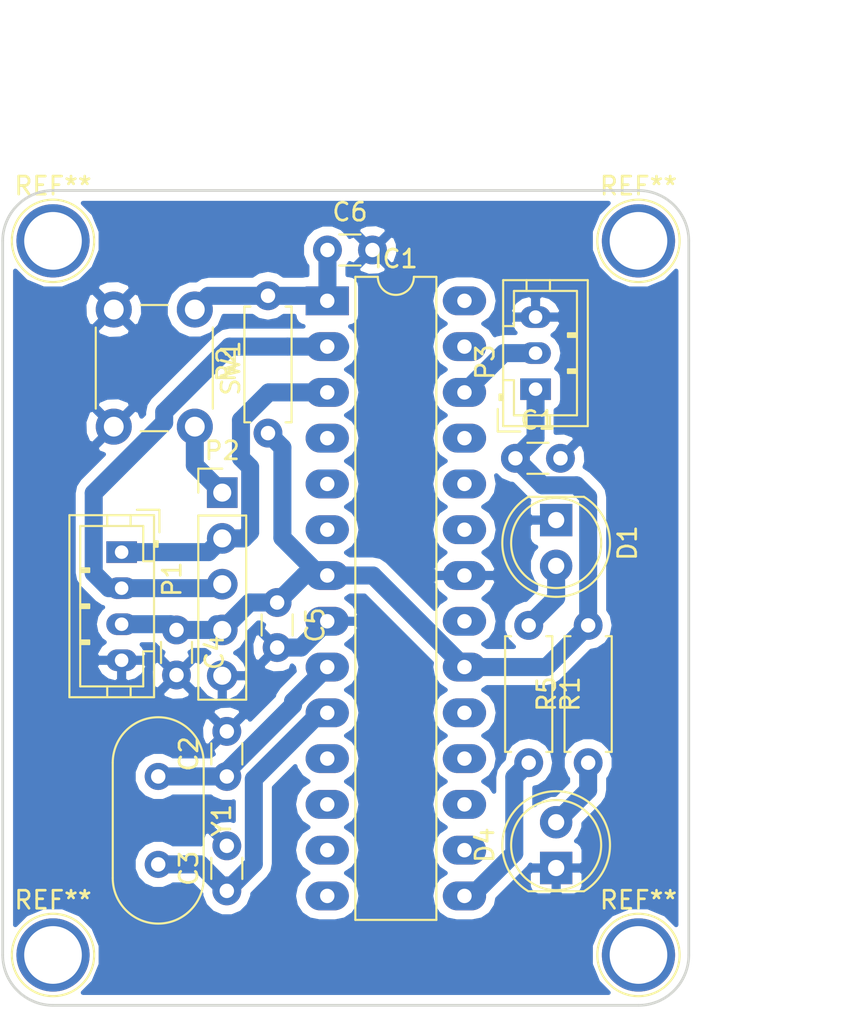
<source format=kicad_pcb>
(kicad_pcb (version 4) (host pcbnew 4.0.1-stable)

  (general
    (links 40)
    (no_connects 1)
    (area 138.862999 98.75 189.864 155.359)
    (thickness 1.6)
    (drawings 12)
    (tracks 95)
    (zones 0)
    (modules 21)
    (nets 12)
  )

  (page A4)
  (layers
    (0 F.Cu signal)
    (31 B.Cu signal)
    (32 B.Adhes user)
    (33 F.Adhes user)
    (34 B.Paste user)
    (35 F.Paste user)
    (36 B.SilkS user)
    (37 F.SilkS user)
    (38 B.Mask user)
    (39 F.Mask user)
    (40 Dwgs.User user)
    (41 Cmts.User user)
    (42 Eco1.User user)
    (43 Eco2.User user)
    (44 Edge.Cuts user)
    (45 Margin user)
    (46 B.CrtYd user)
    (47 F.CrtYd user)
    (48 B.Fab user)
    (49 F.Fab user)
  )

  (setup
    (last_trace_width 0.25)
    (user_trace_width 0.4)
    (user_trace_width 0.5)
    (user_trace_width 0.8)
    (user_trace_width 1)
    (trace_clearance 0.2)
    (zone_clearance 0.5)
    (zone_45_only no)
    (trace_min 0.2)
    (segment_width 0.2)
    (edge_width 0.15)
    (via_size 0.6)
    (via_drill 0.4)
    (via_min_size 0.4)
    (via_min_drill 0.3)
    (uvia_size 0.3)
    (uvia_drill 0.1)
    (uvias_allowed no)
    (uvia_min_size 0.2)
    (uvia_min_drill 0.1)
    (pcb_text_width 0.3)
    (pcb_text_size 1.5 1.5)
    (mod_edge_width 0.15)
    (mod_text_size 1 1)
    (mod_text_width 0.15)
    (pad_size 4.064 4.064)
    (pad_drill 3.2)
    (pad_to_mask_clearance 0.2)
    (aux_axis_origin 0 0)
    (visible_elements 7FFFFFFF)
    (pcbplotparams
      (layerselection 0x01000_80000000)
      (usegerberextensions true)
      (excludeedgelayer false)
      (linewidth 0.100000)
      (plotframeref false)
      (viasonmask false)
      (mode 1)
      (useauxorigin false)
      (hpglpennumber 1)
      (hpglpenspeed 20)
      (hpglpendiameter 15)
      (hpglpenoverlay 2)
      (psnegative false)
      (psa4output false)
      (plotreference true)
      (plotvalue true)
      (plotinvisibletext false)
      (padsonsilk false)
      (subtractmaskfromsilk true)
      (outputformat 1)
      (mirror false)
      (drillshape 0)
      (scaleselection 1)
      (outputdirectory H100Gerber1116/))
  )

  (net 0 "")
  (net 1 +5V)
  (net 2 GND)
  (net 3 "Net-(C2-Pad1)")
  (net 4 /Xtal)
  (net 5 /N_Rst)
  (net 6 "Net-(D1-Pad2)")
  (net 7 /Rx)
  (net 8 /Tx)
  (net 9 "Net-(IC1-Pad15)")
  (net 10 "Net-(D4-Pad2)")
  (net 11 /38kHz_IR)

  (net_class Default "これは標準のネット クラスです。"
    (clearance 0.2)
    (trace_width 0.25)
    (via_dia 0.6)
    (via_drill 0.4)
    (uvia_dia 0.3)
    (uvia_drill 0.1)
    (add_net +5V)
    (add_net /38kHz_IR)
    (add_net /N_Rst)
    (add_net /Rx)
    (add_net /Tx)
    (add_net /Xtal)
    (add_net GND)
    (add_net "Net-(C2-Pad1)")
    (add_net "Net-(D1-Pad2)")
    (add_net "Net-(D4-Pad2)")
    (add_net "Net-(IC1-Pad15)")
  )

  (module Connectors:1pin (layer F.Cu) (tedit 5BEE7AE1) (tstamp 5BEE7B44)
    (at 141.732 151.384)
    (descr "module 1 pin (ou trou mecanique de percage)")
    (tags DEV)
    (fp_text reference REF** (at 0 -3.048) (layer F.SilkS)
      (effects (font (size 1 1) (thickness 0.15)))
    )
    (fp_text value 1pin (at 0 3) (layer F.Fab)
      (effects (font (size 1 1) (thickness 0.15)))
    )
    (fp_circle (center 0 0) (end 2 0.8) (layer F.Fab) (width 0.1))
    (fp_circle (center 0 0) (end 2.6 0) (layer F.CrtYd) (width 0.05))
    (fp_circle (center 0 0) (end 0 -2.286) (layer F.SilkS) (width 0.12))
    (pad 1 thru_hole circle (at 0 0) (size 4.064 4.064) (drill 3.2) (layers *.Cu *.Mask))
  )

  (module Connectors:1pin (layer F.Cu) (tedit 5BEE7AE1) (tstamp 5BEE7B3C)
    (at 174.244 151.384)
    (descr "module 1 pin (ou trou mecanique de percage)")
    (tags DEV)
    (fp_text reference REF** (at 0 -3.048) (layer F.SilkS)
      (effects (font (size 1 1) (thickness 0.15)))
    )
    (fp_text value 1pin (at 0 3) (layer F.Fab)
      (effects (font (size 1 1) (thickness 0.15)))
    )
    (fp_circle (center 0 0) (end 2 0.8) (layer F.Fab) (width 0.1))
    (fp_circle (center 0 0) (end 2.6 0) (layer F.CrtYd) (width 0.05))
    (fp_circle (center 0 0) (end 0 -2.286) (layer F.SilkS) (width 0.12))
    (pad 1 thru_hole circle (at 0 0) (size 4.064 4.064) (drill 3.2) (layers *.Cu *.Mask))
  )

  (module Connectors:1pin (layer F.Cu) (tedit 5BEE7AE1) (tstamp 5BEE7B33)
    (at 174.244 111.76)
    (descr "module 1 pin (ou trou mecanique de percage)")
    (tags DEV)
    (fp_text reference REF** (at 0 -3.048) (layer F.SilkS)
      (effects (font (size 1 1) (thickness 0.15)))
    )
    (fp_text value 1pin (at 0 3) (layer F.Fab)
      (effects (font (size 1 1) (thickness 0.15)))
    )
    (fp_circle (center 0 0) (end 2 0.8) (layer F.Fab) (width 0.1))
    (fp_circle (center 0 0) (end 2.6 0) (layer F.CrtYd) (width 0.05))
    (fp_circle (center 0 0) (end 0 -2.286) (layer F.SilkS) (width 0.12))
    (pad 1 thru_hole circle (at 0 0) (size 4.064 4.064) (drill 3.2) (layers *.Cu *.Mask))
  )

  (module Capacitors_THT:C_Disc_D3.0mm_W1.6mm_P2.50mm (layer F.Cu) (tedit 5BC14CCD) (tstamp 5BBB2D19)
    (at 167.4114 123.825)
    (descr "C, Disc series, Radial, pin pitch=2.50mm, , diameter*width=3.0*1.6mm^2, Capacitor, http://www.vishay.com/docs/45233/krseries.pdf")
    (tags "C Disc series Radial pin pitch 2.50mm  diameter 3.0mm width 1.6mm Capacitor")
    (path /59675D58)
    (fp_text reference C1 (at 1.25 -2.11) (layer F.SilkS)
      (effects (font (size 1 1) (thickness 0.15)))
    )
    (fp_text value 1uF (at 1.25 2.11) (layer F.Fab)
      (effects (font (size 1 1) (thickness 0.15)))
    )
    (fp_line (start -0.25 -0.8) (end -0.25 0.8) (layer F.Fab) (width 0.1))
    (fp_line (start -0.25 0.8) (end 2.75 0.8) (layer F.Fab) (width 0.1))
    (fp_line (start 2.75 0.8) (end 2.75 -0.8) (layer F.Fab) (width 0.1))
    (fp_line (start 2.75 -0.8) (end -0.25 -0.8) (layer F.Fab) (width 0.1))
    (fp_line (start 0.663 -0.861) (end 1.837 -0.861) (layer F.SilkS) (width 0.12))
    (fp_line (start 0.663 0.861) (end 1.837 0.861) (layer F.SilkS) (width 0.12))
    (fp_line (start -1.05 -1.15) (end -1.05 1.15) (layer F.CrtYd) (width 0.05))
    (fp_line (start -1.05 1.15) (end 3.55 1.15) (layer F.CrtYd) (width 0.05))
    (fp_line (start 3.55 1.15) (end 3.55 -1.15) (layer F.CrtYd) (width 0.05))
    (fp_line (start 3.55 -1.15) (end -1.05 -1.15) (layer F.CrtYd) (width 0.05))
    (fp_text user %R (at 1.25 0 90) (layer F.Fab)
      (effects (font (size 1 1) (thickness 0.15)))
    )
    (pad 1 thru_hole circle (at 0 0) (size 1.6 1.6) (drill 0.8) (layers *.Cu *.Mask)
      (net 1 +5V))
    (pad 2 thru_hole circle (at 2.5 0) (size 1.6 1.6) (drill 0.8) (layers *.Cu *.Mask)
      (net 2 GND))
    (model ${KISYS3DMOD}/Capacitors_THT.3dshapes/C_Disc_D3.0mm_W1.6mm_P2.50mm.wrl
      (at (xyz 0 0 0))
      (scale (xyz 1 1 1))
      (rotate (xyz 0 0 0))
    )
  )

  (module Capacitors_THT:C_Disc_D3.0mm_W1.6mm_P2.50mm (layer F.Cu) (tedit 597BC7C2) (tstamp 5BBB2D2A)
    (at 151.384 141.478 90)
    (descr "C, Disc series, Radial, pin pitch=2.50mm, , diameter*width=3.0*1.6mm^2, Capacitor, http://www.vishay.com/docs/45233/krseries.pdf")
    (tags "C Disc series Radial pin pitch 2.50mm  diameter 3.0mm width 1.6mm Capacitor")
    (path /5967601B)
    (fp_text reference C2 (at 1.25 -2.11 90) (layer F.SilkS)
      (effects (font (size 1 1) (thickness 0.15)))
    )
    (fp_text value 22pF (at 1.25 2.11 90) (layer F.Fab)
      (effects (font (size 1 1) (thickness 0.15)))
    )
    (fp_line (start -0.25 -0.8) (end -0.25 0.8) (layer F.Fab) (width 0.1))
    (fp_line (start -0.25 0.8) (end 2.75 0.8) (layer F.Fab) (width 0.1))
    (fp_line (start 2.75 0.8) (end 2.75 -0.8) (layer F.Fab) (width 0.1))
    (fp_line (start 2.75 -0.8) (end -0.25 -0.8) (layer F.Fab) (width 0.1))
    (fp_line (start 0.663 -0.861) (end 1.837 -0.861) (layer F.SilkS) (width 0.12))
    (fp_line (start 0.663 0.861) (end 1.837 0.861) (layer F.SilkS) (width 0.12))
    (fp_line (start -1.05 -1.15) (end -1.05 1.15) (layer F.CrtYd) (width 0.05))
    (fp_line (start -1.05 1.15) (end 3.55 1.15) (layer F.CrtYd) (width 0.05))
    (fp_line (start 3.55 1.15) (end 3.55 -1.15) (layer F.CrtYd) (width 0.05))
    (fp_line (start 3.55 -1.15) (end -1.05 -1.15) (layer F.CrtYd) (width 0.05))
    (fp_text user %R (at 1.25 0 90) (layer F.Fab)
      (effects (font (size 1 1) (thickness 0.15)))
    )
    (pad 1 thru_hole circle (at 0 0 90) (size 1.6 1.6) (drill 0.8) (layers *.Cu *.Mask)
      (net 3 "Net-(C2-Pad1)"))
    (pad 2 thru_hole circle (at 2.5 0 90) (size 1.6 1.6) (drill 0.8) (layers *.Cu *.Mask)
      (net 2 GND))
    (model ${KISYS3DMOD}/Capacitors_THT.3dshapes/C_Disc_D3.0mm_W1.6mm_P2.50mm.wrl
      (at (xyz 0 0 0))
      (scale (xyz 1 1 1))
      (rotate (xyz 0 0 0))
    )
  )

  (module Capacitors_THT:C_Disc_D3.0mm_W1.6mm_P2.50mm (layer F.Cu) (tedit 597BC7C2) (tstamp 5BBB2D3B)
    (at 151.384 147.828 90)
    (descr "C, Disc series, Radial, pin pitch=2.50mm, , diameter*width=3.0*1.6mm^2, Capacitor, http://www.vishay.com/docs/45233/krseries.pdf")
    (tags "C Disc series Radial pin pitch 2.50mm  diameter 3.0mm width 1.6mm Capacitor")
    (path /5967606A)
    (fp_text reference C3 (at 1.25 -2.11 90) (layer F.SilkS)
      (effects (font (size 1 1) (thickness 0.15)))
    )
    (fp_text value 22pF (at 1.25 2.11 90) (layer F.Fab)
      (effects (font (size 1 1) (thickness 0.15)))
    )
    (fp_line (start -0.25 -0.8) (end -0.25 0.8) (layer F.Fab) (width 0.1))
    (fp_line (start -0.25 0.8) (end 2.75 0.8) (layer F.Fab) (width 0.1))
    (fp_line (start 2.75 0.8) (end 2.75 -0.8) (layer F.Fab) (width 0.1))
    (fp_line (start 2.75 -0.8) (end -0.25 -0.8) (layer F.Fab) (width 0.1))
    (fp_line (start 0.663 -0.861) (end 1.837 -0.861) (layer F.SilkS) (width 0.12))
    (fp_line (start 0.663 0.861) (end 1.837 0.861) (layer F.SilkS) (width 0.12))
    (fp_line (start -1.05 -1.15) (end -1.05 1.15) (layer F.CrtYd) (width 0.05))
    (fp_line (start -1.05 1.15) (end 3.55 1.15) (layer F.CrtYd) (width 0.05))
    (fp_line (start 3.55 1.15) (end 3.55 -1.15) (layer F.CrtYd) (width 0.05))
    (fp_line (start 3.55 -1.15) (end -1.05 -1.15) (layer F.CrtYd) (width 0.05))
    (fp_text user %R (at 1.25 0 90) (layer F.Fab)
      (effects (font (size 1 1) (thickness 0.15)))
    )
    (pad 1 thru_hole circle (at 0 0 90) (size 1.6 1.6) (drill 0.8) (layers *.Cu *.Mask)
      (net 4 /Xtal))
    (pad 2 thru_hole circle (at 2.5 0 90) (size 1.6 1.6) (drill 0.8) (layers *.Cu *.Mask)
      (net 2 GND))
    (model ${KISYS3DMOD}/Capacitors_THT.3dshapes/C_Disc_D3.0mm_W1.6mm_P2.50mm.wrl
      (at (xyz 0 0 0))
      (scale (xyz 1 1 1))
      (rotate (xyz 0 0 0))
    )
  )

  (module Capacitors_THT:C_Disc_D3.0mm_W1.6mm_P2.50mm (layer F.Cu) (tedit 597BC7C2) (tstamp 5BBB2D4C)
    (at 148.59 133.35 270)
    (descr "C, Disc series, Radial, pin pitch=2.50mm, , diameter*width=3.0*1.6mm^2, Capacitor, http://www.vishay.com/docs/45233/krseries.pdf")
    (tags "C Disc series Radial pin pitch 2.50mm  diameter 3.0mm width 1.6mm Capacitor")
    (path /5BC14C00)
    (fp_text reference C4 (at 1.25 -2.11 270) (layer F.SilkS)
      (effects (font (size 1 1) (thickness 0.15)))
    )
    (fp_text value 1uF (at 1.25 2.11 270) (layer F.Fab)
      (effects (font (size 1 1) (thickness 0.15)))
    )
    (fp_line (start -0.25 -0.8) (end -0.25 0.8) (layer F.Fab) (width 0.1))
    (fp_line (start -0.25 0.8) (end 2.75 0.8) (layer F.Fab) (width 0.1))
    (fp_line (start 2.75 0.8) (end 2.75 -0.8) (layer F.Fab) (width 0.1))
    (fp_line (start 2.75 -0.8) (end -0.25 -0.8) (layer F.Fab) (width 0.1))
    (fp_line (start 0.663 -0.861) (end 1.837 -0.861) (layer F.SilkS) (width 0.12))
    (fp_line (start 0.663 0.861) (end 1.837 0.861) (layer F.SilkS) (width 0.12))
    (fp_line (start -1.05 -1.15) (end -1.05 1.15) (layer F.CrtYd) (width 0.05))
    (fp_line (start -1.05 1.15) (end 3.55 1.15) (layer F.CrtYd) (width 0.05))
    (fp_line (start 3.55 1.15) (end 3.55 -1.15) (layer F.CrtYd) (width 0.05))
    (fp_line (start 3.55 -1.15) (end -1.05 -1.15) (layer F.CrtYd) (width 0.05))
    (fp_text user %R (at 1.25 0 270) (layer F.Fab)
      (effects (font (size 1 1) (thickness 0.15)))
    )
    (pad 1 thru_hole circle (at 0 0 270) (size 1.6 1.6) (drill 0.8) (layers *.Cu *.Mask)
      (net 1 +5V))
    (pad 2 thru_hole circle (at 2.5 0 270) (size 1.6 1.6) (drill 0.8) (layers *.Cu *.Mask)
      (net 2 GND))
    (model ${KISYS3DMOD}/Capacitors_THT.3dshapes/C_Disc_D3.0mm_W1.6mm_P2.50mm.wrl
      (at (xyz 0 0 0))
      (scale (xyz 1 1 1))
      (rotate (xyz 0 0 0))
    )
  )

  (module Capacitors_THT:C_Disc_D3.0mm_W1.6mm_P2.50mm (layer F.Cu) (tedit 597BC7C2) (tstamp 5BBB2D5D)
    (at 154.178 131.826 270)
    (descr "C, Disc series, Radial, pin pitch=2.50mm, , diameter*width=3.0*1.6mm^2, Capacitor, http://www.vishay.com/docs/45233/krseries.pdf")
    (tags "C Disc series Radial pin pitch 2.50mm  diameter 3.0mm width 1.6mm Capacitor")
    (path /596745B1)
    (fp_text reference C5 (at 1.25 -2.11 270) (layer F.SilkS)
      (effects (font (size 1 1) (thickness 0.15)))
    )
    (fp_text value 1uF (at 1.25 2.11 270) (layer F.Fab)
      (effects (font (size 1 1) (thickness 0.15)))
    )
    (fp_line (start -0.25 -0.8) (end -0.25 0.8) (layer F.Fab) (width 0.1))
    (fp_line (start -0.25 0.8) (end 2.75 0.8) (layer F.Fab) (width 0.1))
    (fp_line (start 2.75 0.8) (end 2.75 -0.8) (layer F.Fab) (width 0.1))
    (fp_line (start 2.75 -0.8) (end -0.25 -0.8) (layer F.Fab) (width 0.1))
    (fp_line (start 0.663 -0.861) (end 1.837 -0.861) (layer F.SilkS) (width 0.12))
    (fp_line (start 0.663 0.861) (end 1.837 0.861) (layer F.SilkS) (width 0.12))
    (fp_line (start -1.05 -1.15) (end -1.05 1.15) (layer F.CrtYd) (width 0.05))
    (fp_line (start -1.05 1.15) (end 3.55 1.15) (layer F.CrtYd) (width 0.05))
    (fp_line (start 3.55 1.15) (end 3.55 -1.15) (layer F.CrtYd) (width 0.05))
    (fp_line (start 3.55 -1.15) (end -1.05 -1.15) (layer F.CrtYd) (width 0.05))
    (fp_text user %R (at 1.25 0 270) (layer F.Fab)
      (effects (font (size 1 1) (thickness 0.15)))
    )
    (pad 1 thru_hole circle (at 0 0 270) (size 1.6 1.6) (drill 0.8) (layers *.Cu *.Mask)
      (net 1 +5V))
    (pad 2 thru_hole circle (at 2.5 0 270) (size 1.6 1.6) (drill 0.8) (layers *.Cu *.Mask)
      (net 2 GND))
    (model ${KISYS3DMOD}/Capacitors_THT.3dshapes/C_Disc_D3.0mm_W1.6mm_P2.50mm.wrl
      (at (xyz 0 0 0))
      (scale (xyz 1 1 1))
      (rotate (xyz 0 0 0))
    )
  )

  (module Capacitors_THT:C_Disc_D3.0mm_W1.6mm_P2.50mm (layer F.Cu) (tedit 597BC7C2) (tstamp 5BBB2D6E)
    (at 156.972 112.268)
    (descr "C, Disc series, Radial, pin pitch=2.50mm, , diameter*width=3.0*1.6mm^2, Capacitor, http://www.vishay.com/docs/45233/krseries.pdf")
    (tags "C Disc series Radial pin pitch 2.50mm  diameter 3.0mm width 1.6mm Capacitor")
    (path /59674123)
    (fp_text reference C6 (at 1.25 -2.11) (layer F.SilkS)
      (effects (font (size 1 1) (thickness 0.15)))
    )
    (fp_text value 1uF (at 1.25 2.11) (layer F.Fab)
      (effects (font (size 1 1) (thickness 0.15)))
    )
    (fp_line (start -0.25 -0.8) (end -0.25 0.8) (layer F.Fab) (width 0.1))
    (fp_line (start -0.25 0.8) (end 2.75 0.8) (layer F.Fab) (width 0.1))
    (fp_line (start 2.75 0.8) (end 2.75 -0.8) (layer F.Fab) (width 0.1))
    (fp_line (start 2.75 -0.8) (end -0.25 -0.8) (layer F.Fab) (width 0.1))
    (fp_line (start 0.663 -0.861) (end 1.837 -0.861) (layer F.SilkS) (width 0.12))
    (fp_line (start 0.663 0.861) (end 1.837 0.861) (layer F.SilkS) (width 0.12))
    (fp_line (start -1.05 -1.15) (end -1.05 1.15) (layer F.CrtYd) (width 0.05))
    (fp_line (start -1.05 1.15) (end 3.55 1.15) (layer F.CrtYd) (width 0.05))
    (fp_line (start 3.55 1.15) (end 3.55 -1.15) (layer F.CrtYd) (width 0.05))
    (fp_line (start 3.55 -1.15) (end -1.05 -1.15) (layer F.CrtYd) (width 0.05))
    (fp_text user %R (at 1.25 0) (layer F.Fab)
      (effects (font (size 1 1) (thickness 0.15)))
    )
    (pad 1 thru_hole circle (at 0 0) (size 1.6 1.6) (drill 0.8) (layers *.Cu *.Mask)
      (net 5 /N_Rst))
    (pad 2 thru_hole circle (at 2.5 0) (size 1.6 1.6) (drill 0.8) (layers *.Cu *.Mask)
      (net 2 GND))
    (model ${KISYS3DMOD}/Capacitors_THT.3dshapes/C_Disc_D3.0mm_W1.6mm_P2.50mm.wrl
      (at (xyz 0 0 0))
      (scale (xyz 1 1 1))
      (rotate (xyz 0 0 0))
    )
  )

  (module LEDs:LED_D5.0mm (layer F.Cu) (tedit 5995936A) (tstamp 5BBB2D91)
    (at 169.672 127.254 270)
    (descr "LED, diameter 5.0mm, 2 pins, http://cdn-reichelt.de/documents/datenblatt/A500/LL-504BC2E-009.pdf")
    (tags "LED diameter 5.0mm 2 pins")
    (path /59674162)
    (fp_text reference D1 (at 1.27 -3.96 270) (layer F.SilkS)
      (effects (font (size 1 1) (thickness 0.15)))
    )
    (fp_text value Status (at 1.27 3.96 270) (layer F.Fab)
      (effects (font (size 1 1) (thickness 0.15)))
    )
    (fp_arc (start 1.27 0) (end -1.23 -1.469694) (angle 299.1) (layer F.Fab) (width 0.1))
    (fp_arc (start 1.27 0) (end -1.29 -1.54483) (angle 148.9) (layer F.SilkS) (width 0.12))
    (fp_arc (start 1.27 0) (end -1.29 1.54483) (angle -148.9) (layer F.SilkS) (width 0.12))
    (fp_circle (center 1.27 0) (end 3.77 0) (layer F.Fab) (width 0.1))
    (fp_circle (center 1.27 0) (end 3.77 0) (layer F.SilkS) (width 0.12))
    (fp_line (start -1.23 -1.469694) (end -1.23 1.469694) (layer F.Fab) (width 0.1))
    (fp_line (start -1.29 -1.545) (end -1.29 1.545) (layer F.SilkS) (width 0.12))
    (fp_line (start -1.95 -3.25) (end -1.95 3.25) (layer F.CrtYd) (width 0.05))
    (fp_line (start -1.95 3.25) (end 4.5 3.25) (layer F.CrtYd) (width 0.05))
    (fp_line (start 4.5 3.25) (end 4.5 -3.25) (layer F.CrtYd) (width 0.05))
    (fp_line (start 4.5 -3.25) (end -1.95 -3.25) (layer F.CrtYd) (width 0.05))
    (fp_text user %R (at 1.25 0 270) (layer F.Fab)
      (effects (font (size 0.8 0.8) (thickness 0.2)))
    )
    (pad 1 thru_hole rect (at 0 0 270) (size 1.8 1.8) (drill 0.9) (layers *.Cu *.Mask)
      (net 2 GND))
    (pad 2 thru_hole circle (at 2.54 0 270) (size 1.8 1.8) (drill 0.9) (layers *.Cu *.Mask)
      (net 6 "Net-(D1-Pad2)"))
    (model ${KISYS3DMOD}/LEDs.3dshapes/LED_D5.0mm.wrl
      (at (xyz 0 0 0))
      (scale (xyz 0.393701 0.393701 0.393701))
      (rotate (xyz 0 0 0))
    )
  )

  (module LEDs:LED_D5.0mm (layer F.Cu) (tedit 5995936A) (tstamp 5BBB2DC7)
    (at 169.672 146.558 90)
    (descr "LED, diameter 5.0mm, 2 pins, http://cdn-reichelt.de/documents/datenblatt/A500/LL-504BC2E-009.pdf")
    (tags "LED diameter 5.0mm 2 pins")
    (path /5A64A9AB)
    (fp_text reference D4 (at 1.27 -3.96 90) (layer F.SilkS)
      (effects (font (size 1 1) (thickness 0.15)))
    )
    (fp_text value Power (at 1.27 3.96 90) (layer F.Fab)
      (effects (font (size 1 1) (thickness 0.15)))
    )
    (fp_arc (start 1.27 0) (end -1.23 -1.469694) (angle 299.1) (layer F.Fab) (width 0.1))
    (fp_arc (start 1.27 0) (end -1.29 -1.54483) (angle 148.9) (layer F.SilkS) (width 0.12))
    (fp_arc (start 1.27 0) (end -1.29 1.54483) (angle -148.9) (layer F.SilkS) (width 0.12))
    (fp_circle (center 1.27 0) (end 3.77 0) (layer F.Fab) (width 0.1))
    (fp_circle (center 1.27 0) (end 3.77 0) (layer F.SilkS) (width 0.12))
    (fp_line (start -1.23 -1.469694) (end -1.23 1.469694) (layer F.Fab) (width 0.1))
    (fp_line (start -1.29 -1.545) (end -1.29 1.545) (layer F.SilkS) (width 0.12))
    (fp_line (start -1.95 -3.25) (end -1.95 3.25) (layer F.CrtYd) (width 0.05))
    (fp_line (start -1.95 3.25) (end 4.5 3.25) (layer F.CrtYd) (width 0.05))
    (fp_line (start 4.5 3.25) (end 4.5 -3.25) (layer F.CrtYd) (width 0.05))
    (fp_line (start 4.5 -3.25) (end -1.95 -3.25) (layer F.CrtYd) (width 0.05))
    (fp_text user %R (at 1.25 0 90) (layer F.Fab)
      (effects (font (size 0.8 0.8) (thickness 0.2)))
    )
    (pad 1 thru_hole rect (at 0 0 90) (size 1.8 1.8) (drill 0.9) (layers *.Cu *.Mask)
      (net 2 GND))
    (pad 2 thru_hole circle (at 2.54 0 90) (size 1.8 1.8) (drill 0.9) (layers *.Cu *.Mask)
      (net 10 "Net-(D4-Pad2)"))
    (model ${KISYS3DMOD}/LEDs.3dshapes/LED_D5.0mm.wrl
      (at (xyz 0 0 0))
      (scale (xyz 0.393701 0.393701 0.393701))
      (rotate (xyz 0 0 0))
    )
  )

  (module Housings_DIP:DIP-28_W7.62mm_LongPads (layer F.Cu) (tedit 59C78D6B) (tstamp 5BBB2DF7)
    (at 156.960524 115.088)
    (descr "28-lead though-hole mounted DIP package, row spacing 7.62 mm (300 mils), LongPads")
    (tags "THT DIP DIL PDIP 2.54mm 7.62mm 300mil LongPads")
    (path /5BBB25CF)
    (fp_text reference IC1 (at 3.81 -2.33) (layer F.SilkS)
      (effects (font (size 1 1) (thickness 0.15)))
    )
    (fp_text value ATMEGA328P-P (at 3.81 35.35) (layer F.Fab)
      (effects (font (size 1 1) (thickness 0.15)))
    )
    (fp_arc (start 3.81 -1.33) (end 2.81 -1.33) (angle -180) (layer F.SilkS) (width 0.12))
    (fp_line (start 1.635 -1.27) (end 6.985 -1.27) (layer F.Fab) (width 0.1))
    (fp_line (start 6.985 -1.27) (end 6.985 34.29) (layer F.Fab) (width 0.1))
    (fp_line (start 6.985 34.29) (end 0.635 34.29) (layer F.Fab) (width 0.1))
    (fp_line (start 0.635 34.29) (end 0.635 -0.27) (layer F.Fab) (width 0.1))
    (fp_line (start 0.635 -0.27) (end 1.635 -1.27) (layer F.Fab) (width 0.1))
    (fp_line (start 2.81 -1.33) (end 1.56 -1.33) (layer F.SilkS) (width 0.12))
    (fp_line (start 1.56 -1.33) (end 1.56 34.35) (layer F.SilkS) (width 0.12))
    (fp_line (start 1.56 34.35) (end 6.06 34.35) (layer F.SilkS) (width 0.12))
    (fp_line (start 6.06 34.35) (end 6.06 -1.33) (layer F.SilkS) (width 0.12))
    (fp_line (start 6.06 -1.33) (end 4.81 -1.33) (layer F.SilkS) (width 0.12))
    (fp_line (start -1.45 -1.55) (end -1.45 34.55) (layer F.CrtYd) (width 0.05))
    (fp_line (start -1.45 34.55) (end 9.1 34.55) (layer F.CrtYd) (width 0.05))
    (fp_line (start 9.1 34.55) (end 9.1 -1.55) (layer F.CrtYd) (width 0.05))
    (fp_line (start 9.1 -1.55) (end -1.45 -1.55) (layer F.CrtYd) (width 0.05))
    (fp_text user %R (at 3.81 16.51) (layer F.Fab)
      (effects (font (size 1 1) (thickness 0.15)))
    )
    (pad 1 thru_hole rect (at 0 0) (size 2.4 1.6) (drill 0.8) (layers *.Cu *.Mask)
      (net 5 /N_Rst))
    (pad 15 thru_hole oval (at 7.62 33.02) (size 2.4 1.6) (drill 0.8) (layers *.Cu *.Mask)
      (net 9 "Net-(IC1-Pad15)"))
    (pad 2 thru_hole oval (at 0 2.54) (size 2.4 1.6) (drill 0.8) (layers *.Cu *.Mask)
      (net 7 /Rx))
    (pad 16 thru_hole oval (at 7.62 30.48) (size 2.4 1.6) (drill 0.8) (layers *.Cu *.Mask))
    (pad 3 thru_hole oval (at 0 5.08) (size 2.4 1.6) (drill 0.8) (layers *.Cu *.Mask)
      (net 8 /Tx))
    (pad 17 thru_hole oval (at 7.62 27.94) (size 2.4 1.6) (drill 0.8) (layers *.Cu *.Mask))
    (pad 4 thru_hole oval (at 0 7.62) (size 2.4 1.6) (drill 0.8) (layers *.Cu *.Mask))
    (pad 18 thru_hole oval (at 7.62 25.4) (size 2.4 1.6) (drill 0.8) (layers *.Cu *.Mask))
    (pad 5 thru_hole oval (at 0 10.16) (size 2.4 1.6) (drill 0.8) (layers *.Cu *.Mask))
    (pad 19 thru_hole oval (at 7.62 22.86) (size 2.4 1.6) (drill 0.8) (layers *.Cu *.Mask))
    (pad 6 thru_hole oval (at 0 12.7) (size 2.4 1.6) (drill 0.8) (layers *.Cu *.Mask))
    (pad 20 thru_hole oval (at 7.62 20.32) (size 2.4 1.6) (drill 0.8) (layers *.Cu *.Mask)
      (net 1 +5V))
    (pad 7 thru_hole oval (at 0 15.24) (size 2.4 1.6) (drill 0.8) (layers *.Cu *.Mask)
      (net 1 +5V))
    (pad 21 thru_hole oval (at 7.62 17.78) (size 2.4 1.6) (drill 0.8) (layers *.Cu *.Mask))
    (pad 8 thru_hole oval (at 0 17.78) (size 2.4 1.6) (drill 0.8) (layers *.Cu *.Mask)
      (net 2 GND))
    (pad 22 thru_hole oval (at 7.62 15.24) (size 2.4 1.6) (drill 0.8) (layers *.Cu *.Mask)
      (net 2 GND))
    (pad 9 thru_hole oval (at 0 20.32) (size 2.4 1.6) (drill 0.8) (layers *.Cu *.Mask)
      (net 3 "Net-(C2-Pad1)"))
    (pad 23 thru_hole oval (at 7.62 12.7) (size 2.4 1.6) (drill 0.8) (layers *.Cu *.Mask))
    (pad 10 thru_hole oval (at 0 22.86) (size 2.4 1.6) (drill 0.8) (layers *.Cu *.Mask)
      (net 4 /Xtal))
    (pad 24 thru_hole oval (at 7.62 10.16) (size 2.4 1.6) (drill 0.8) (layers *.Cu *.Mask))
    (pad 11 thru_hole oval (at 0 25.4) (size 2.4 1.6) (drill 0.8) (layers *.Cu *.Mask))
    (pad 25 thru_hole oval (at 7.62 7.62) (size 2.4 1.6) (drill 0.8) (layers *.Cu *.Mask))
    (pad 12 thru_hole oval (at 0 27.94) (size 2.4 1.6) (drill 0.8) (layers *.Cu *.Mask))
    (pad 26 thru_hole oval (at 7.62 5.08) (size 2.4 1.6) (drill 0.8) (layers *.Cu *.Mask)
      (net 11 /38kHz_IR))
    (pad 13 thru_hole oval (at 0 30.48) (size 2.4 1.6) (drill 0.8) (layers *.Cu *.Mask))
    (pad 27 thru_hole oval (at 7.62 2.54) (size 2.4 1.6) (drill 0.8) (layers *.Cu *.Mask))
    (pad 14 thru_hole oval (at 0 33.02) (size 2.4 1.6) (drill 0.8) (layers *.Cu *.Mask))
    (pad 28 thru_hole oval (at 7.62 0) (size 2.4 1.6) (drill 0.8) (layers *.Cu *.Mask))
    (model ${KISYS3DMOD}/Housings_DIP.3dshapes/DIP-28_W7.62mm.wrl
      (at (xyz 0 0 0))
      (scale (xyz 1 1 1))
      (rotate (xyz 0 0 0))
    )
  )

  (module Connectors_JST:JST_PH_B4B-PH-K_04x2.00mm_Straight (layer F.Cu) (tedit 58D3FE4F) (tstamp 5BBB2E2B)
    (at 145.542 129.032 270)
    (descr "JST PH series connector, B4B-PH-K, top entry type, through hole, Datasheet: http://www.jst-mfg.com/product/pdf/eng/ePH.pdf")
    (tags "connector jst ph")
    (path /59673DB1)
    (fp_text reference P1 (at 1.5 -2.8 270) (layer F.SilkS)
      (effects (font (size 1 1) (thickness 0.15)))
    )
    (fp_text value Serial (at 3 3.8 270) (layer F.Fab)
      (effects (font (size 1 1) (thickness 0.15)))
    )
    (fp_line (start -2.05 -1.8) (end -2.05 2.9) (layer F.SilkS) (width 0.12))
    (fp_line (start -2.05 2.9) (end 8.05 2.9) (layer F.SilkS) (width 0.12))
    (fp_line (start 8.05 2.9) (end 8.05 -1.8) (layer F.SilkS) (width 0.12))
    (fp_line (start 8.05 -1.8) (end -2.05 -1.8) (layer F.SilkS) (width 0.12))
    (fp_line (start 0.5 -1.8) (end 0.5 -1.2) (layer F.SilkS) (width 0.12))
    (fp_line (start 0.5 -1.2) (end -1.45 -1.2) (layer F.SilkS) (width 0.12))
    (fp_line (start -1.45 -1.2) (end -1.45 2.3) (layer F.SilkS) (width 0.12))
    (fp_line (start -1.45 2.3) (end 7.45 2.3) (layer F.SilkS) (width 0.12))
    (fp_line (start 7.45 2.3) (end 7.45 -1.2) (layer F.SilkS) (width 0.12))
    (fp_line (start 7.45 -1.2) (end 5.5 -1.2) (layer F.SilkS) (width 0.12))
    (fp_line (start 5.5 -1.2) (end 5.5 -1.8) (layer F.SilkS) (width 0.12))
    (fp_line (start -2.05 -0.5) (end -1.45 -0.5) (layer F.SilkS) (width 0.12))
    (fp_line (start -2.05 0.8) (end -1.45 0.8) (layer F.SilkS) (width 0.12))
    (fp_line (start 8.05 -0.5) (end 7.45 -0.5) (layer F.SilkS) (width 0.12))
    (fp_line (start 8.05 0.8) (end 7.45 0.8) (layer F.SilkS) (width 0.12))
    (fp_line (start -0.3 -1.8) (end -0.3 -2) (layer F.SilkS) (width 0.12))
    (fp_line (start -0.3 -2) (end -0.6 -2) (layer F.SilkS) (width 0.12))
    (fp_line (start -0.6 -2) (end -0.6 -1.8) (layer F.SilkS) (width 0.12))
    (fp_line (start -0.3 -1.9) (end -0.6 -1.9) (layer F.SilkS) (width 0.12))
    (fp_line (start 0.9 2.3) (end 0.9 1.8) (layer F.SilkS) (width 0.12))
    (fp_line (start 0.9 1.8) (end 1.1 1.8) (layer F.SilkS) (width 0.12))
    (fp_line (start 1.1 1.8) (end 1.1 2.3) (layer F.SilkS) (width 0.12))
    (fp_line (start 1 2.3) (end 1 1.8) (layer F.SilkS) (width 0.12))
    (fp_line (start 2.9 2.3) (end 2.9 1.8) (layer F.SilkS) (width 0.12))
    (fp_line (start 2.9 1.8) (end 3.1 1.8) (layer F.SilkS) (width 0.12))
    (fp_line (start 3.1 1.8) (end 3.1 2.3) (layer F.SilkS) (width 0.12))
    (fp_line (start 3 2.3) (end 3 1.8) (layer F.SilkS) (width 0.12))
    (fp_line (start 4.9 2.3) (end 4.9 1.8) (layer F.SilkS) (width 0.12))
    (fp_line (start 4.9 1.8) (end 5.1 1.8) (layer F.SilkS) (width 0.12))
    (fp_line (start 5.1 1.8) (end 5.1 2.3) (layer F.SilkS) (width 0.12))
    (fp_line (start 5 2.3) (end 5 1.8) (layer F.SilkS) (width 0.12))
    (fp_line (start -1.1 -2.1) (end -2.35 -2.1) (layer F.SilkS) (width 0.12))
    (fp_line (start -2.35 -2.1) (end -2.35 -0.85) (layer F.SilkS) (width 0.12))
    (fp_line (start -1.1 -2.1) (end -2.35 -2.1) (layer F.Fab) (width 0.1))
    (fp_line (start -2.35 -2.1) (end -2.35 -0.85) (layer F.Fab) (width 0.1))
    (fp_line (start -1.95 -1.7) (end -1.95 2.8) (layer F.Fab) (width 0.1))
    (fp_line (start -1.95 2.8) (end 7.95 2.8) (layer F.Fab) (width 0.1))
    (fp_line (start 7.95 2.8) (end 7.95 -1.7) (layer F.Fab) (width 0.1))
    (fp_line (start 7.95 -1.7) (end -1.95 -1.7) (layer F.Fab) (width 0.1))
    (fp_line (start -2.45 -2.2) (end -2.45 3.3) (layer F.CrtYd) (width 0.05))
    (fp_line (start -2.45 3.3) (end 8.45 3.3) (layer F.CrtYd) (width 0.05))
    (fp_line (start 8.45 3.3) (end 8.45 -2.2) (layer F.CrtYd) (width 0.05))
    (fp_line (start 8.45 -2.2) (end -2.45 -2.2) (layer F.CrtYd) (width 0.05))
    (fp_text user %R (at 3 1.5 270) (layer F.Fab)
      (effects (font (size 1 1) (thickness 0.15)))
    )
    (pad 1 thru_hole rect (at 0 0 270) (size 1.2 1.7) (drill 0.75) (layers *.Cu *.Mask)
      (net 8 /Tx))
    (pad 2 thru_hole oval (at 2 0 270) (size 1.2 1.7) (drill 0.75) (layers *.Cu *.Mask)
      (net 7 /Rx))
    (pad 3 thru_hole oval (at 4 0 270) (size 1.2 1.7) (drill 0.75) (layers *.Cu *.Mask)
      (net 1 +5V))
    (pad 4 thru_hole oval (at 6 0 270) (size 1.2 1.7) (drill 0.75) (layers *.Cu *.Mask)
      (net 2 GND))
    (model ${KISYS3DMOD}/Connectors_JST.3dshapes/JST_PH_B4B-PH-K_04x2.00mm_Straight.wrl
      (at (xyz 0 0 0))
      (scale (xyz 1 1 1))
      (rotate (xyz 0 0 0))
    )
  )

  (module Pin_Headers:Pin_Header_Straight_1x05_Pitch2.54mm (layer F.Cu) (tedit 59650532) (tstamp 5BBB2E44)
    (at 151.13 125.73)
    (descr "Through hole straight pin header, 1x05, 2.54mm pitch, single row")
    (tags "Through hole pin header THT 1x05 2.54mm single row")
    (path /59673DD4)
    (fp_text reference P2 (at 0 -2.33) (layer F.SilkS)
      (effects (font (size 1 1) (thickness 0.15)))
    )
    (fp_text value Write (at 0 12.49) (layer F.Fab)
      (effects (font (size 1 1) (thickness 0.15)))
    )
    (fp_line (start -0.635 -1.27) (end 1.27 -1.27) (layer F.Fab) (width 0.1))
    (fp_line (start 1.27 -1.27) (end 1.27 11.43) (layer F.Fab) (width 0.1))
    (fp_line (start 1.27 11.43) (end -1.27 11.43) (layer F.Fab) (width 0.1))
    (fp_line (start -1.27 11.43) (end -1.27 -0.635) (layer F.Fab) (width 0.1))
    (fp_line (start -1.27 -0.635) (end -0.635 -1.27) (layer F.Fab) (width 0.1))
    (fp_line (start -1.33 11.49) (end 1.33 11.49) (layer F.SilkS) (width 0.12))
    (fp_line (start -1.33 1.27) (end -1.33 11.49) (layer F.SilkS) (width 0.12))
    (fp_line (start 1.33 1.27) (end 1.33 11.49) (layer F.SilkS) (width 0.12))
    (fp_line (start -1.33 1.27) (end 1.33 1.27) (layer F.SilkS) (width 0.12))
    (fp_line (start -1.33 0) (end -1.33 -1.33) (layer F.SilkS) (width 0.12))
    (fp_line (start -1.33 -1.33) (end 0 -1.33) (layer F.SilkS) (width 0.12))
    (fp_line (start -1.8 -1.8) (end -1.8 11.95) (layer F.CrtYd) (width 0.05))
    (fp_line (start -1.8 11.95) (end 1.8 11.95) (layer F.CrtYd) (width 0.05))
    (fp_line (start 1.8 11.95) (end 1.8 -1.8) (layer F.CrtYd) (width 0.05))
    (fp_line (start 1.8 -1.8) (end -1.8 -1.8) (layer F.CrtYd) (width 0.05))
    (fp_text user %R (at 0 5.08 90) (layer F.Fab)
      (effects (font (size 1 1) (thickness 0.15)))
    )
    (pad 1 thru_hole rect (at 0 0) (size 1.7 1.7) (drill 1) (layers *.Cu *.Mask)
      (net 5 /N_Rst))
    (pad 2 thru_hole oval (at 0 2.54) (size 1.7 1.7) (drill 1) (layers *.Cu *.Mask)
      (net 8 /Tx))
    (pad 3 thru_hole oval (at 0 5.08) (size 1.7 1.7) (drill 1) (layers *.Cu *.Mask)
      (net 7 /Rx))
    (pad 4 thru_hole oval (at 0 7.62) (size 1.7 1.7) (drill 1) (layers *.Cu *.Mask)
      (net 1 +5V))
    (pad 5 thru_hole oval (at 0 10.16) (size 1.7 1.7) (drill 1) (layers *.Cu *.Mask)
      (net 2 GND))
    (model ${KISYS3DMOD}/Pin_Headers.3dshapes/Pin_Header_Straight_1x05_Pitch2.54mm.wrl
      (at (xyz 0 0 0))
      (scale (xyz 1 1 1))
      (rotate (xyz 0 0 0))
    )
  )

  (module Connectors_JST:JST_PH_B3B-PH-K_03x2.00mm_Straight (layer F.Cu) (tedit 58D3FE4F) (tstamp 5BBB2E73)
    (at 168.529 119.9896 90)
    (descr "JST PH series connector, B3B-PH-K, top entry type, through hole, Datasheet: http://www.jst-mfg.com/product/pdf/eng/ePH.pdf")
    (tags "connector jst ph")
    (path /5BBB2CD9)
    (fp_text reference P3 (at 1.5 -2.8 90) (layer F.SilkS)
      (effects (font (size 1 1) (thickness 0.15)))
    )
    (fp_text value 38kHz_IR_Receive (at 2 3.8 90) (layer F.Fab)
      (effects (font (size 1 1) (thickness 0.15)))
    )
    (fp_line (start -2.05 -1.8) (end -2.05 2.9) (layer F.SilkS) (width 0.12))
    (fp_line (start -2.05 2.9) (end 6.05 2.9) (layer F.SilkS) (width 0.12))
    (fp_line (start 6.05 2.9) (end 6.05 -1.8) (layer F.SilkS) (width 0.12))
    (fp_line (start 6.05 -1.8) (end -2.05 -1.8) (layer F.SilkS) (width 0.12))
    (fp_line (start 0.5 -1.8) (end 0.5 -1.2) (layer F.SilkS) (width 0.12))
    (fp_line (start 0.5 -1.2) (end -1.45 -1.2) (layer F.SilkS) (width 0.12))
    (fp_line (start -1.45 -1.2) (end -1.45 2.3) (layer F.SilkS) (width 0.12))
    (fp_line (start -1.45 2.3) (end 5.45 2.3) (layer F.SilkS) (width 0.12))
    (fp_line (start 5.45 2.3) (end 5.45 -1.2) (layer F.SilkS) (width 0.12))
    (fp_line (start 5.45 -1.2) (end 3.5 -1.2) (layer F.SilkS) (width 0.12))
    (fp_line (start 3.5 -1.2) (end 3.5 -1.8) (layer F.SilkS) (width 0.12))
    (fp_line (start -2.05 -0.5) (end -1.45 -0.5) (layer F.SilkS) (width 0.12))
    (fp_line (start -2.05 0.8) (end -1.45 0.8) (layer F.SilkS) (width 0.12))
    (fp_line (start 6.05 -0.5) (end 5.45 -0.5) (layer F.SilkS) (width 0.12))
    (fp_line (start 6.05 0.8) (end 5.45 0.8) (layer F.SilkS) (width 0.12))
    (fp_line (start -0.3 -1.8) (end -0.3 -2) (layer F.SilkS) (width 0.12))
    (fp_line (start -0.3 -2) (end -0.6 -2) (layer F.SilkS) (width 0.12))
    (fp_line (start -0.6 -2) (end -0.6 -1.8) (layer F.SilkS) (width 0.12))
    (fp_line (start -0.3 -1.9) (end -0.6 -1.9) (layer F.SilkS) (width 0.12))
    (fp_line (start 0.9 2.3) (end 0.9 1.8) (layer F.SilkS) (width 0.12))
    (fp_line (start 0.9 1.8) (end 1.1 1.8) (layer F.SilkS) (width 0.12))
    (fp_line (start 1.1 1.8) (end 1.1 2.3) (layer F.SilkS) (width 0.12))
    (fp_line (start 1 2.3) (end 1 1.8) (layer F.SilkS) (width 0.12))
    (fp_line (start 2.9 2.3) (end 2.9 1.8) (layer F.SilkS) (width 0.12))
    (fp_line (start 2.9 1.8) (end 3.1 1.8) (layer F.SilkS) (width 0.12))
    (fp_line (start 3.1 1.8) (end 3.1 2.3) (layer F.SilkS) (width 0.12))
    (fp_line (start 3 2.3) (end 3 1.8) (layer F.SilkS) (width 0.12))
    (fp_line (start -1.1 -2.1) (end -2.35 -2.1) (layer F.SilkS) (width 0.12))
    (fp_line (start -2.35 -2.1) (end -2.35 -0.85) (layer F.SilkS) (width 0.12))
    (fp_line (start -1.1 -2.1) (end -2.35 -2.1) (layer F.Fab) (width 0.1))
    (fp_line (start -2.35 -2.1) (end -2.35 -0.85) (layer F.Fab) (width 0.1))
    (fp_line (start -1.95 -1.7) (end -1.95 2.8) (layer F.Fab) (width 0.1))
    (fp_line (start -1.95 2.8) (end 5.95 2.8) (layer F.Fab) (width 0.1))
    (fp_line (start 5.95 2.8) (end 5.95 -1.7) (layer F.Fab) (width 0.1))
    (fp_line (start 5.95 -1.7) (end -1.95 -1.7) (layer F.Fab) (width 0.1))
    (fp_line (start -2.45 -2.2) (end -2.45 3.3) (layer F.CrtYd) (width 0.05))
    (fp_line (start -2.45 3.3) (end 6.45 3.3) (layer F.CrtYd) (width 0.05))
    (fp_line (start 6.45 3.3) (end 6.45 -2.2) (layer F.CrtYd) (width 0.05))
    (fp_line (start 6.45 -2.2) (end -2.45 -2.2) (layer F.CrtYd) (width 0.05))
    (fp_text user %R (at 2 1.5 90) (layer F.Fab)
      (effects (font (size 1 1) (thickness 0.15)))
    )
    (pad 1 thru_hole rect (at 0 0 90) (size 1.2 1.7) (drill 0.75) (layers *.Cu *.Mask)
      (net 1 +5V))
    (pad 2 thru_hole oval (at 2 0 90) (size 1.2 1.7) (drill 0.75) (layers *.Cu *.Mask)
      (net 11 /38kHz_IR))
    (pad 3 thru_hole oval (at 4 0 90) (size 1.2 1.7) (drill 0.75) (layers *.Cu *.Mask)
      (net 2 GND))
    (model ${KISYS3DMOD}/Connectors_JST.3dshapes/JST_PH_B3B-PH-K_03x2.00mm_Straight.wrl
      (at (xyz 0 0 0))
      (scale (xyz 1 1 1))
      (rotate (xyz 0 0 0))
    )
  )

  (module Resistors_THT:R_Axial_DIN0207_L6.3mm_D2.5mm_P7.62mm_Horizontal (layer F.Cu) (tedit 5874F706) (tstamp 5BBB2E89)
    (at 168.148 133.096 270)
    (descr "Resistor, Axial_DIN0207 series, Axial, Horizontal, pin pitch=7.62mm, 0.25W = 1/4W, length*diameter=6.3*2.5mm^2, http://cdn-reichelt.de/documents/datenblatt/B400/1_4W%23YAG.pdf")
    (tags "Resistor Axial_DIN0207 series Axial Horizontal pin pitch 7.62mm 0.25W = 1/4W length 6.3mm diameter 2.5mm")
    (path /5967419D)
    (fp_text reference R1 (at 3.81 -2.31 270) (layer F.SilkS)
      (effects (font (size 1 1) (thickness 0.15)))
    )
    (fp_text value 1k (at 3.81 2.31 270) (layer F.Fab)
      (effects (font (size 1 1) (thickness 0.15)))
    )
    (fp_line (start 0.66 -1.25) (end 0.66 1.25) (layer F.Fab) (width 0.1))
    (fp_line (start 0.66 1.25) (end 6.96 1.25) (layer F.Fab) (width 0.1))
    (fp_line (start 6.96 1.25) (end 6.96 -1.25) (layer F.Fab) (width 0.1))
    (fp_line (start 6.96 -1.25) (end 0.66 -1.25) (layer F.Fab) (width 0.1))
    (fp_line (start 0 0) (end 0.66 0) (layer F.Fab) (width 0.1))
    (fp_line (start 7.62 0) (end 6.96 0) (layer F.Fab) (width 0.1))
    (fp_line (start 0.6 -0.98) (end 0.6 -1.31) (layer F.SilkS) (width 0.12))
    (fp_line (start 0.6 -1.31) (end 7.02 -1.31) (layer F.SilkS) (width 0.12))
    (fp_line (start 7.02 -1.31) (end 7.02 -0.98) (layer F.SilkS) (width 0.12))
    (fp_line (start 0.6 0.98) (end 0.6 1.31) (layer F.SilkS) (width 0.12))
    (fp_line (start 0.6 1.31) (end 7.02 1.31) (layer F.SilkS) (width 0.12))
    (fp_line (start 7.02 1.31) (end 7.02 0.98) (layer F.SilkS) (width 0.12))
    (fp_line (start -1.05 -1.6) (end -1.05 1.6) (layer F.CrtYd) (width 0.05))
    (fp_line (start -1.05 1.6) (end 8.7 1.6) (layer F.CrtYd) (width 0.05))
    (fp_line (start 8.7 1.6) (end 8.7 -1.6) (layer F.CrtYd) (width 0.05))
    (fp_line (start 8.7 -1.6) (end -1.05 -1.6) (layer F.CrtYd) (width 0.05))
    (pad 1 thru_hole circle (at 0 0 270) (size 1.6 1.6) (drill 0.8) (layers *.Cu *.Mask)
      (net 6 "Net-(D1-Pad2)"))
    (pad 2 thru_hole oval (at 7.62 0 270) (size 1.6 1.6) (drill 0.8) (layers *.Cu *.Mask)
      (net 9 "Net-(IC1-Pad15)"))
    (model ${KISYS3DMOD}/Resistors_THT.3dshapes/R_Axial_DIN0207_L6.3mm_D2.5mm_P7.62mm_Horizontal.wrl
      (at (xyz 0 0 0))
      (scale (xyz 0.393701 0.393701 0.393701))
      (rotate (xyz 0 0 0))
    )
  )

  (module Resistors_THT:R_Axial_DIN0207_L6.3mm_D2.5mm_P7.62mm_Horizontal (layer F.Cu) (tedit 5874F706) (tstamp 5BBB2E9F)
    (at 153.67 122.428 90)
    (descr "Resistor, Axial_DIN0207 series, Axial, Horizontal, pin pitch=7.62mm, 0.25W = 1/4W, length*diameter=6.3*2.5mm^2, http://cdn-reichelt.de/documents/datenblatt/B400/1_4W%23YAG.pdf")
    (tags "Resistor Axial_DIN0207 series Axial Horizontal pin pitch 7.62mm 0.25W = 1/4W length 6.3mm diameter 2.5mm")
    (path /596740E4)
    (fp_text reference R2 (at 3.81 -2.31 90) (layer F.SilkS)
      (effects (font (size 1 1) (thickness 0.15)))
    )
    (fp_text value 1k (at 3.81 2.31 90) (layer F.Fab)
      (effects (font (size 1 1) (thickness 0.15)))
    )
    (fp_line (start 0.66 -1.25) (end 0.66 1.25) (layer F.Fab) (width 0.1))
    (fp_line (start 0.66 1.25) (end 6.96 1.25) (layer F.Fab) (width 0.1))
    (fp_line (start 6.96 1.25) (end 6.96 -1.25) (layer F.Fab) (width 0.1))
    (fp_line (start 6.96 -1.25) (end 0.66 -1.25) (layer F.Fab) (width 0.1))
    (fp_line (start 0 0) (end 0.66 0) (layer F.Fab) (width 0.1))
    (fp_line (start 7.62 0) (end 6.96 0) (layer F.Fab) (width 0.1))
    (fp_line (start 0.6 -0.98) (end 0.6 -1.31) (layer F.SilkS) (width 0.12))
    (fp_line (start 0.6 -1.31) (end 7.02 -1.31) (layer F.SilkS) (width 0.12))
    (fp_line (start 7.02 -1.31) (end 7.02 -0.98) (layer F.SilkS) (width 0.12))
    (fp_line (start 0.6 0.98) (end 0.6 1.31) (layer F.SilkS) (width 0.12))
    (fp_line (start 0.6 1.31) (end 7.02 1.31) (layer F.SilkS) (width 0.12))
    (fp_line (start 7.02 1.31) (end 7.02 0.98) (layer F.SilkS) (width 0.12))
    (fp_line (start -1.05 -1.6) (end -1.05 1.6) (layer F.CrtYd) (width 0.05))
    (fp_line (start -1.05 1.6) (end 8.7 1.6) (layer F.CrtYd) (width 0.05))
    (fp_line (start 8.7 1.6) (end 8.7 -1.6) (layer F.CrtYd) (width 0.05))
    (fp_line (start 8.7 -1.6) (end -1.05 -1.6) (layer F.CrtYd) (width 0.05))
    (pad 1 thru_hole circle (at 0 0 90) (size 1.6 1.6) (drill 0.8) (layers *.Cu *.Mask)
      (net 1 +5V))
    (pad 2 thru_hole oval (at 7.62 0 90) (size 1.6 1.6) (drill 0.8) (layers *.Cu *.Mask)
      (net 5 /N_Rst))
    (model ${KISYS3DMOD}/Resistors_THT.3dshapes/R_Axial_DIN0207_L6.3mm_D2.5mm_P7.62mm_Horizontal.wrl
      (at (xyz 0 0 0))
      (scale (xyz 0.393701 0.393701 0.393701))
      (rotate (xyz 0 0 0))
    )
  )

  (module Resistors_THT:R_Axial_DIN0207_L6.3mm_D2.5mm_P7.62mm_Horizontal (layer F.Cu) (tedit 5874F706) (tstamp 5BBB2EE1)
    (at 171.45 140.716 90)
    (descr "Resistor, Axial_DIN0207 series, Axial, Horizontal, pin pitch=7.62mm, 0.25W = 1/4W, length*diameter=6.3*2.5mm^2, http://cdn-reichelt.de/documents/datenblatt/B400/1_4W%23YAG.pdf")
    (tags "Resistor Axial_DIN0207 series Axial Horizontal pin pitch 7.62mm 0.25W = 1/4W length 6.3mm diameter 2.5mm")
    (path /5A64AA0E)
    (fp_text reference R5 (at 3.81 -2.31 90) (layer F.SilkS)
      (effects (font (size 1 1) (thickness 0.15)))
    )
    (fp_text value 1k (at 3.81 2.31 90) (layer F.Fab)
      (effects (font (size 1 1) (thickness 0.15)))
    )
    (fp_line (start 0.66 -1.25) (end 0.66 1.25) (layer F.Fab) (width 0.1))
    (fp_line (start 0.66 1.25) (end 6.96 1.25) (layer F.Fab) (width 0.1))
    (fp_line (start 6.96 1.25) (end 6.96 -1.25) (layer F.Fab) (width 0.1))
    (fp_line (start 6.96 -1.25) (end 0.66 -1.25) (layer F.Fab) (width 0.1))
    (fp_line (start 0 0) (end 0.66 0) (layer F.Fab) (width 0.1))
    (fp_line (start 7.62 0) (end 6.96 0) (layer F.Fab) (width 0.1))
    (fp_line (start 0.6 -0.98) (end 0.6 -1.31) (layer F.SilkS) (width 0.12))
    (fp_line (start 0.6 -1.31) (end 7.02 -1.31) (layer F.SilkS) (width 0.12))
    (fp_line (start 7.02 -1.31) (end 7.02 -0.98) (layer F.SilkS) (width 0.12))
    (fp_line (start 0.6 0.98) (end 0.6 1.31) (layer F.SilkS) (width 0.12))
    (fp_line (start 0.6 1.31) (end 7.02 1.31) (layer F.SilkS) (width 0.12))
    (fp_line (start 7.02 1.31) (end 7.02 0.98) (layer F.SilkS) (width 0.12))
    (fp_line (start -1.05 -1.6) (end -1.05 1.6) (layer F.CrtYd) (width 0.05))
    (fp_line (start -1.05 1.6) (end 8.7 1.6) (layer F.CrtYd) (width 0.05))
    (fp_line (start 8.7 1.6) (end 8.7 -1.6) (layer F.CrtYd) (width 0.05))
    (fp_line (start 8.7 -1.6) (end -1.05 -1.6) (layer F.CrtYd) (width 0.05))
    (pad 1 thru_hole circle (at 0 0 90) (size 1.6 1.6) (drill 0.8) (layers *.Cu *.Mask)
      (net 10 "Net-(D4-Pad2)"))
    (pad 2 thru_hole oval (at 7.62 0 90) (size 1.6 1.6) (drill 0.8) (layers *.Cu *.Mask)
      (net 1 +5V))
    (model ${KISYS3DMOD}/Resistors_THT.3dshapes/R_Axial_DIN0207_L6.3mm_D2.5mm_P7.62mm_Horizontal.wrl
      (at (xyz 0 0 0))
      (scale (xyz 0.393701 0.393701 0.393701))
      (rotate (xyz 0 0 0))
    )
  )

  (module Buttons_Switches_THT:SW_PUSH_6mm_h7.3mm (layer F.Cu) (tedit 5923F252) (tstamp 5BBB2F00)
    (at 149.606 115.57 270)
    (descr "tactile push button, 6x6mm e.g. PHAP33xx series, height=7.3mm")
    (tags "tact sw push 6mm")
    (path /596740A9)
    (fp_text reference SW1 (at 3.25 -2 270) (layer F.SilkS)
      (effects (font (size 1 1) (thickness 0.15)))
    )
    (fp_text value SW_PUSH (at 3.75 6.7 270) (layer F.Fab)
      (effects (font (size 1 1) (thickness 0.15)))
    )
    (fp_text user %R (at 3.25 2.25 270) (layer F.Fab)
      (effects (font (size 1 1) (thickness 0.15)))
    )
    (fp_line (start 3.25 -0.75) (end 6.25 -0.75) (layer F.Fab) (width 0.1))
    (fp_line (start 6.25 -0.75) (end 6.25 5.25) (layer F.Fab) (width 0.1))
    (fp_line (start 6.25 5.25) (end 0.25 5.25) (layer F.Fab) (width 0.1))
    (fp_line (start 0.25 5.25) (end 0.25 -0.75) (layer F.Fab) (width 0.1))
    (fp_line (start 0.25 -0.75) (end 3.25 -0.75) (layer F.Fab) (width 0.1))
    (fp_line (start 7.75 6) (end 8 6) (layer F.CrtYd) (width 0.05))
    (fp_line (start 8 6) (end 8 5.75) (layer F.CrtYd) (width 0.05))
    (fp_line (start 7.75 -1.5) (end 8 -1.5) (layer F.CrtYd) (width 0.05))
    (fp_line (start 8 -1.5) (end 8 -1.25) (layer F.CrtYd) (width 0.05))
    (fp_line (start -1.5 -1.25) (end -1.5 -1.5) (layer F.CrtYd) (width 0.05))
    (fp_line (start -1.5 -1.5) (end -1.25 -1.5) (layer F.CrtYd) (width 0.05))
    (fp_line (start -1.5 5.75) (end -1.5 6) (layer F.CrtYd) (width 0.05))
    (fp_line (start -1.5 6) (end -1.25 6) (layer F.CrtYd) (width 0.05))
    (fp_line (start -1.25 -1.5) (end 7.75 -1.5) (layer F.CrtYd) (width 0.05))
    (fp_line (start -1.5 5.75) (end -1.5 -1.25) (layer F.CrtYd) (width 0.05))
    (fp_line (start 7.75 6) (end -1.25 6) (layer F.CrtYd) (width 0.05))
    (fp_line (start 8 -1.25) (end 8 5.75) (layer F.CrtYd) (width 0.05))
    (fp_line (start 1 5.5) (end 5.5 5.5) (layer F.SilkS) (width 0.12))
    (fp_line (start -0.25 1.5) (end -0.25 3) (layer F.SilkS) (width 0.12))
    (fp_line (start 5.5 -1) (end 1 -1) (layer F.SilkS) (width 0.12))
    (fp_line (start 6.75 3) (end 6.75 1.5) (layer F.SilkS) (width 0.12))
    (fp_circle (center 3.25 2.25) (end 1.25 2.5) (layer F.Fab) (width 0.1))
    (pad 2 thru_hole circle (at 0 4.5) (size 2 2) (drill 1.1) (layers *.Cu *.Mask)
      (net 2 GND))
    (pad 1 thru_hole circle (at 0 0) (size 2 2) (drill 1.1) (layers *.Cu *.Mask)
      (net 5 /N_Rst))
    (pad 2 thru_hole circle (at 6.5 4.5) (size 2 2) (drill 1.1) (layers *.Cu *.Mask)
      (net 2 GND))
    (pad 1 thru_hole circle (at 6.5 0) (size 2 2) (drill 1.1) (layers *.Cu *.Mask)
      (net 5 /N_Rst))
    (model ${KISYS3DMOD}/Buttons_Switches_THT.3dshapes/SW_PUSH_6mm_h7.3mm.wrl
      (at (xyz 0.005 0 0))
      (scale (xyz 0.3937 0.3937 0.3937))
      (rotate (xyz 0 0 0))
    )
  )

  (module Crystals:Crystal_HC49-4H_Vertical (layer F.Cu) (tedit 58CD2E9C) (tstamp 5BBB2F17)
    (at 147.574 141.478 270)
    (descr "Crystal THT HC-49-4H http://5hertz.com/pdfs/04404_D.pdf")
    (tags "THT crystalHC-49-4H")
    (path /5967543A)
    (fp_text reference Y1 (at 2.44 -3.525 270) (layer F.SilkS)
      (effects (font (size 1 1) (thickness 0.15)))
    )
    (fp_text value Crystal (at 2.44 3.525 270) (layer F.Fab)
      (effects (font (size 1 1) (thickness 0.15)))
    )
    (fp_text user %R (at 2.44 0 270) (layer F.Fab)
      (effects (font (size 1 1) (thickness 0.15)))
    )
    (fp_line (start -0.76 -2.325) (end 5.64 -2.325) (layer F.Fab) (width 0.1))
    (fp_line (start -0.76 2.325) (end 5.64 2.325) (layer F.Fab) (width 0.1))
    (fp_line (start -0.56 -2) (end 5.44 -2) (layer F.Fab) (width 0.1))
    (fp_line (start -0.56 2) (end 5.44 2) (layer F.Fab) (width 0.1))
    (fp_line (start -0.76 -2.525) (end 5.64 -2.525) (layer F.SilkS) (width 0.12))
    (fp_line (start -0.76 2.525) (end 5.64 2.525) (layer F.SilkS) (width 0.12))
    (fp_line (start -3.6 -2.8) (end -3.6 2.8) (layer F.CrtYd) (width 0.05))
    (fp_line (start -3.6 2.8) (end 8.5 2.8) (layer F.CrtYd) (width 0.05))
    (fp_line (start 8.5 2.8) (end 8.5 -2.8) (layer F.CrtYd) (width 0.05))
    (fp_line (start 8.5 -2.8) (end -3.6 -2.8) (layer F.CrtYd) (width 0.05))
    (fp_arc (start -0.76 0) (end -0.76 -2.325) (angle -180) (layer F.Fab) (width 0.1))
    (fp_arc (start 5.64 0) (end 5.64 -2.325) (angle 180) (layer F.Fab) (width 0.1))
    (fp_arc (start -0.56 0) (end -0.56 -2) (angle -180) (layer F.Fab) (width 0.1))
    (fp_arc (start 5.44 0) (end 5.44 -2) (angle 180) (layer F.Fab) (width 0.1))
    (fp_arc (start -0.76 0) (end -0.76 -2.525) (angle -180) (layer F.SilkS) (width 0.12))
    (fp_arc (start 5.64 0) (end 5.64 -2.525) (angle 180) (layer F.SilkS) (width 0.12))
    (pad 1 thru_hole circle (at 0 0 270) (size 1.5 1.5) (drill 0.8) (layers *.Cu *.Mask)
      (net 3 "Net-(C2-Pad1)"))
    (pad 2 thru_hole circle (at 4.88 0 270) (size 1.5 1.5) (drill 0.8) (layers *.Cu *.Mask)
      (net 4 /Xtal))
    (model ${KISYS3DMOD}/Crystals.3dshapes/Crystal_HC49-4H_Vertical.wrl
      (at (xyz 0 0 0))
      (scale (xyz 0.393701 0.393701 0.393701))
      (rotate (xyz 0 0 0))
    )
  )

  (module Connectors:1pin (layer F.Cu) (tedit 5BEE7AE1) (tstamp 5BEE7B1E)
    (at 141.732 111.76)
    (descr "module 1 pin (ou trou mecanique de percage)")
    (tags DEV)
    (fp_text reference REF** (at 0 -3.048) (layer F.SilkS)
      (effects (font (size 1 1) (thickness 0.15)))
    )
    (fp_text value 1pin (at 0 3) (layer F.Fab)
      (effects (font (size 1 1) (thickness 0.15)))
    )
    (fp_circle (center 0 0) (end 2 0.8) (layer F.Fab) (width 0.1))
    (fp_circle (center 0 0) (end 2.6 0) (layer F.CrtYd) (width 0.05))
    (fp_circle (center 0 0) (end 0 -2.286) (layer F.SilkS) (width 0.12))
    (pad 1 thru_hole circle (at 0 0) (size 4.064 4.064) (drill 3.2) (layers *.Cu *.Mask))
  )

  (dimension 39.624 (width 0.3) (layer Dwgs.User)
    (gr_text "39.624 mm" (at 179.912 131.572 270) (layer Dwgs.User)
      (effects (font (size 1.5 1.5) (thickness 0.3)))
    )
    (feature1 (pts (xy 174.244 151.384) (xy 181.262 151.384)))
    (feature2 (pts (xy 174.244 111.76) (xy 181.262 111.76)))
    (crossbar (pts (xy 178.562 111.76) (xy 178.562 151.384)))
    (arrow1a (pts (xy 178.562 151.384) (xy 177.975579 150.257496)))
    (arrow1b (pts (xy 178.562 151.384) (xy 179.148421 150.257496)))
    (arrow2a (pts (xy 178.562 111.76) (xy 177.975579 112.886504)))
    (arrow2b (pts (xy 178.562 111.76) (xy 179.148421 112.886504)))
  )
  (dimension 45.212 (width 0.3) (layer Dwgs.User)
    (gr_text "45.212 mm" (at 183.214 131.572 270) (layer Dwgs.User)
      (effects (font (size 1.5 1.5) (thickness 0.3)))
    )
    (feature1 (pts (xy 177.038 154.178) (xy 184.564 154.178)))
    (feature2 (pts (xy 177.038 108.966) (xy 184.564 108.966)))
    (crossbar (pts (xy 181.864 108.966) (xy 181.864 154.178)))
    (arrow1a (pts (xy 181.864 154.178) (xy 181.277579 153.051496)))
    (arrow1b (pts (xy 181.864 154.178) (xy 182.450421 153.051496)))
    (arrow2a (pts (xy 181.864 108.966) (xy 181.277579 110.092504)))
    (arrow2b (pts (xy 181.864 108.966) (xy 182.450421 110.092504)))
  )
  (dimension 38.1 (width 0.3) (layer Dwgs.User)
    (gr_text "38.100 mm" (at 157.988 100.25) (layer Dwgs.User)
      (effects (font (size 1.5 1.5) (thickness 0.3)))
    )
    (feature1 (pts (xy 138.938 108.966) (xy 138.938 98.9)))
    (feature2 (pts (xy 177.038 108.966) (xy 177.038 98.9)))
    (crossbar (pts (xy 177.038 101.6) (xy 138.938 101.6)))
    (arrow1a (pts (xy 138.938 101.6) (xy 140.064504 101.013579)))
    (arrow1b (pts (xy 138.938 101.6) (xy 140.064504 102.186421)))
    (arrow2a (pts (xy 177.038 101.6) (xy 175.911496 101.013579)))
    (arrow2b (pts (xy 177.038 101.6) (xy 175.911496 102.186421)))
  )
  (dimension 32.512 (width 0.3) (layer Dwgs.User)
    (gr_text "32.512 mm" (at 157.988 106.092) (layer Dwgs.User)
      (effects (font (size 1.5 1.5) (thickness 0.3)))
    )
    (feature1 (pts (xy 174.244 111.76) (xy 174.244 104.742)))
    (feature2 (pts (xy 141.732 111.76) (xy 141.732 104.742)))
    (crossbar (pts (xy 141.732 107.442) (xy 174.244 107.442)))
    (arrow1a (pts (xy 174.244 107.442) (xy 173.117496 108.028421)))
    (arrow1b (pts (xy 174.244 107.442) (xy 173.117496 106.855579)))
    (arrow2a (pts (xy 141.732 107.442) (xy 142.858504 108.028421)))
    (arrow2b (pts (xy 141.732 107.442) (xy 142.858504 106.855579)))
  )
  (gr_line (start 138.938 151.384) (end 138.938 111.76) (angle 90) (layer Edge.Cuts) (width 0.15))
  (gr_line (start 174.244 154.178) (end 141.732 154.178) (angle 90) (layer Edge.Cuts) (width 0.15))
  (gr_line (start 177.038 111.76) (end 177.038 151.384) (angle 90) (layer Edge.Cuts) (width 0.15))
  (gr_line (start 141.732 108.966) (end 174.244 108.966) (angle 90) (layer Edge.Cuts) (width 0.15))
  (gr_arc (start 174.244 151.384) (end 177.038 151.384) (angle 90) (layer Edge.Cuts) (width 0.15))
  (gr_arc (start 141.732 151.384) (end 141.732 154.178) (angle 90) (layer Edge.Cuts) (width 0.15))
  (gr_arc (start 174.244 111.76) (end 174.244 108.966) (angle 90) (layer Edge.Cuts) (width 0.15))
  (gr_arc (start 141.732 111.76) (end 138.938 111.76) (angle 90) (layer Edge.Cuts) (width 0.15))

  (segment (start 171.45 133.096) (end 171.45 125.971998) (width 1) (layer B.Cu) (net 1))
  (segment (start 171.45 125.971998) (end 170.803003 125.325001) (width 1) (layer B.Cu) (net 1))
  (segment (start 170.803003 125.325001) (end 168.911401 125.325001) (width 1) (layer B.Cu) (net 1))
  (segment (start 168.911401 125.325001) (end 168.211399 124.624999) (width 1) (layer B.Cu) (net 1))
  (segment (start 168.211399 124.624999) (end 167.4114 123.825) (width 1) (layer B.Cu) (net 1))
  (segment (start 171.45 133.096) (end 169.138 135.408) (width 1) (layer B.Cu) (net 1))
  (segment (start 169.138 135.408) (end 164.580524 135.408) (width 1) (layer B.Cu) (net 1))
  (segment (start 164.980524 135.408) (end 164.580524 135.408) (width 1) (layer B.Cu) (net 1))
  (segment (start 168.529 119.9896) (end 168.529 122.7074) (width 1) (layer B.Cu) (net 1))
  (segment (start 168.529 122.7074) (end 167.4114 123.825) (width 1) (layer B.Cu) (net 1))
  (segment (start 145.542 133.032) (end 145.292 133.032) (width 1) (layer B.Cu) (net 1))
  (segment (start 154.178 131.826) (end 152.654 131.826) (width 1) (layer B.Cu) (net 1))
  (segment (start 152.654 131.826) (end 151.13 133.35) (width 1) (layer B.Cu) (net 1))
  (segment (start 156.960524 130.328) (end 155.676 130.328) (width 1) (layer B.Cu) (net 1))
  (segment (start 155.676 130.328) (end 154.178 131.826) (width 1) (layer B.Cu) (net 1))
  (segment (start 148.59 133.35) (end 151.13 133.35) (width 1) (layer B.Cu) (net 1))
  (segment (start 145.542 133.032) (end 148.272 133.032) (width 1) (layer B.Cu) (net 1))
  (segment (start 148.272 133.032) (end 148.59 133.35) (width 1) (layer B.Cu) (net 1))
  (segment (start 154.469999 128.237475) (end 156.560524 130.328) (width 1) (layer B.Cu) (net 1))
  (segment (start 156.560524 130.328) (end 156.960524 130.328) (width 1) (layer B.Cu) (net 1))
  (segment (start 156.960524 130.328) (end 157.360524 130.328) (width 1) (layer B.Cu) (net 1))
  (segment (start 164.566 135.408) (end 164.580524 135.408) (width 1) (layer B.Cu) (net 1))
  (segment (start 156.960524 130.328) (end 159.500524 130.328) (width 1) (layer B.Cu) (net 1))
  (segment (start 159.500524 130.328) (end 164.580524 135.408) (width 1) (layer B.Cu) (net 1))
  (segment (start 150.812 133.032) (end 151.13 133.35) (width 1) (layer B.Cu) (net 1))
  (segment (start 156.960524 130.328) (end 156.960524 130.309334) (width 1) (layer B.Cu) (net 1))
  (segment (start 164.180524 135.408) (end 164.580524 135.408) (width 1) (layer B.Cu) (net 1))
  (segment (start 168.779 119.9896) (end 168.529 119.9896) (width 1) (layer B.Cu) (net 1) (status 30))
  (segment (start 154.469999 123.227999) (end 154.469999 128.237475) (width 1) (layer B.Cu) (net 1))
  (segment (start 153.67 122.428) (end 154.469999 123.227999) (width 1) (layer B.Cu) (net 1))
  (segment (start 154.178 134.326) (end 155.502524 134.326) (width 1) (layer B.Cu) (net 2))
  (segment (start 155.502524 134.326) (end 156.960524 132.868) (width 1) (layer B.Cu) (net 2))
  (segment (start 147.574 141.478) (end 151.384 141.478) (width 1) (layer B.Cu) (net 3) (status 10))
  (segment (start 151.384 141.478) (end 151.384 141.198002) (width 1) (layer B.Cu) (net 3))
  (segment (start 151.384 141.198002) (end 155.060514 137.521488) (width 1) (layer B.Cu) (net 3))
  (segment (start 155.060514 137.521488) (end 155.060514 137.30801) (width 1) (layer B.Cu) (net 3))
  (segment (start 155.060514 137.30801) (end 156.960524 135.408) (width 1) (layer B.Cu) (net 3))
  (segment (start 156.960524 135.408) (end 156.960524 135.426666) (width 1) (layer B.Cu) (net 3))
  (segment (start 156.560524 135.408) (end 156.960524 135.408) (width 1) (layer B.Cu) (net 3))
  (segment (start 147.574 146.358) (end 149.914 146.358) (width 1) (layer B.Cu) (net 4))
  (segment (start 149.914 146.358) (end 151.384 147.828) (width 1) (layer B.Cu) (net 4))
  (segment (start 151.384 147.828) (end 152.884001 146.327999) (width 1) (layer B.Cu) (net 4))
  (segment (start 152.884001 146.327999) (end 152.884001 141.624523) (width 1) (layer B.Cu) (net 4))
  (segment (start 152.884001 141.624523) (end 156.560524 137.948) (width 1) (layer B.Cu) (net 4))
  (segment (start 156.560524 137.948) (end 156.960524 137.948) (width 1) (layer B.Cu) (net 4))
  (segment (start 156.960524 137.948) (end 156.960524 137.966666) (width 1) (layer B.Cu) (net 4))
  (segment (start 156.960524 137.948) (end 157.360524 137.948) (width 1) (layer B.Cu) (net 4))
  (segment (start 156.972 112.268) (end 156.972 115.076524) (width 1) (layer B.Cu) (net 5))
  (segment (start 156.972 115.076524) (end 156.960524 115.088) (width 1) (layer B.Cu) (net 5))
  (segment (start 156.960524 115.088) (end 156.960524 114.819476) (width 1) (layer B.Cu) (net 5))
  (segment (start 156.960524 115.088) (end 156.960524 115.073476) (width 1) (layer B.Cu) (net 5))
  (segment (start 156.703476 112.268) (end 156.972 112.268) (width 1) (layer B.Cu) (net 5) (status 30))
  (segment (start 149.606 122.07) (end 149.606 124.206) (width 1) (layer B.Cu) (net 5))
  (segment (start 149.606 124.206) (end 151.13 125.73) (width 1) (layer B.Cu) (net 5))
  (segment (start 150.368 114.808) (end 149.606 115.57) (width 1) (layer B.Cu) (net 5))
  (segment (start 156.680524 114.808) (end 156.960524 115.088) (width 1) (layer B.Cu) (net 5))
  (segment (start 156.934524 115.062) (end 156.960524 115.088) (width 1) (layer B.Cu) (net 5))
  (segment (start 153.67 114.808) (end 150.368 114.808) (width 1) (layer B.Cu) (net 5))
  (segment (start 153.67 114.808) (end 156.680524 114.808) (width 1) (layer B.Cu) (net 5) (status 10))
  (segment (start 169.672 129.794) (end 169.672 131.572) (width 1) (layer B.Cu) (net 6))
  (segment (start 169.672 131.572) (end 168.148 133.096) (width 1) (layer B.Cu) (net 6))
  (segment (start 145.542 131.032) (end 144.831998 131.032) (width 1) (layer B.Cu) (net 7))
  (segment (start 143.991999 130.192001) (end 143.991999 125.756001) (width 1) (layer B.Cu) (net 7))
  (segment (start 144.831998 131.032) (end 143.991999 130.192001) (width 1) (layer B.Cu) (net 7))
  (segment (start 143.991999 125.756001) (end 147.905999 121.842001) (width 1) (layer B.Cu) (net 7))
  (segment (start 151.531998 117.628) (end 154.760524 117.628) (width 1) (layer B.Cu) (net 7))
  (segment (start 147.905999 121.842001) (end 147.905999 121.253999) (width 1) (layer B.Cu) (net 7))
  (segment (start 147.905999 121.253999) (end 151.531998 117.628) (width 1) (layer B.Cu) (net 7))
  (segment (start 154.760524 117.628) (end 156.960524 117.628) (width 1) (layer B.Cu) (net 7))
  (segment (start 156.960524 117.628) (end 156.560524 117.628) (width 1) (layer B.Cu) (net 7))
  (segment (start 145.542 131.032) (end 150.908 131.032) (width 1) (layer B.Cu) (net 7) (status 10))
  (segment (start 150.908 131.032) (end 151.13 130.81) (width 1) (layer B.Cu) (net 7))
  (segment (start 156.960524 117.628) (end 156.960524 117.646666) (width 1) (layer B.Cu) (net 7))
  (segment (start 156.960524 117.628) (end 157.680526 117.628) (width 1) (layer B.Cu) (net 7))
  (segment (start 156.960524 120.168) (end 153.709998 120.168) (width 1) (layer B.Cu) (net 8))
  (segment (start 153.709998 120.168) (end 152.169999 121.707999) (width 1) (layer B.Cu) (net 8))
  (segment (start 152.169999 121.707999) (end 152.169999 123.809997) (width 1) (layer B.Cu) (net 8))
  (segment (start 152.169999 123.809997) (end 152.680001 124.319999) (width 1) (layer B.Cu) (net 8))
  (segment (start 152.680001 124.319999) (end 152.680001 127.92208) (width 1) (layer B.Cu) (net 8))
  (segment (start 152.680001 127.92208) (end 152.332081 128.27) (width 1) (layer B.Cu) (net 8))
  (segment (start 152.332081 128.27) (end 151.13 128.27) (width 1) (layer B.Cu) (net 8))
  (segment (start 157.360524 120.168) (end 156.960524 120.168) (width 1) (layer B.Cu) (net 8))
  (segment (start 156.960524 120.168) (end 156.960524 120.186666) (width 1) (layer B.Cu) (net 8))
  (segment (start 156.960524 120.168) (end 156.560524 120.168) (width 1) (layer B.Cu) (net 8))
  (segment (start 145.542 129.032) (end 150.368 129.032) (width 1) (layer B.Cu) (net 8) (status 10))
  (segment (start 150.368 129.032) (end 151.13 128.27) (width 1) (layer B.Cu) (net 8))
  (segment (start 145.292 129.032) (end 145.542 129.032) (width 1) (layer B.Cu) (net 8) (status 30))
  (segment (start 168.148 140.716) (end 167.348001 141.515999) (width 1) (layer B.Cu) (net 9))
  (segment (start 167.348001 141.515999) (end 167.348001 145.740523) (width 1) (layer B.Cu) (net 9))
  (segment (start 167.348001 145.740523) (end 164.980524 148.108) (width 1) (layer B.Cu) (net 9))
  (segment (start 164.980524 148.108) (end 164.580524 148.108) (width 1) (layer B.Cu) (net 9))
  (segment (start 171.45 140.716) (end 171.45 142.24) (width 1) (layer B.Cu) (net 10))
  (segment (start 171.45 142.24) (end 169.672 144.018) (width 1) (layer B.Cu) (net 10))
  (segment (start 168.529 117.9896) (end 166.758924 117.9896) (width 1) (layer B.Cu) (net 11))
  (segment (start 166.758924 117.9896) (end 164.580524 120.168) (width 1) (layer B.Cu) (net 11))

  (zone (net 2) (net_name GND) (layer B.Cu) (tstamp 5BEE8738) (hatch edge 0.508)
    (connect_pads (clearance 0.5))
    (min_thickness 0.254)
    (fill yes (arc_segments 16) (thermal_gap 0.508) (thermal_bridge_width 0.508))
    (polygon
      (pts
        (xy 138.938 108.966) (xy 177.038 108.966) (xy 177.038 154.178) (xy 138.938 154.178)
      )
    )
    (filled_polygon
      (pts
        (xy 171.991124 110.251831) (xy 171.585462 111.228772) (xy 171.584539 112.286587) (xy 171.988495 113.264235) (xy 172.735831 114.012876)
        (xy 173.712772 114.418538) (xy 174.770587 114.419461) (xy 175.748235 114.015505) (xy 176.336 113.428765) (xy 176.336 149.715974)
        (xy 175.752169 149.131124) (xy 174.775228 148.725462) (xy 173.717413 148.724539) (xy 172.739765 149.128495) (xy 171.991124 149.875831)
        (xy 171.585462 150.852772) (xy 171.584539 151.910587) (xy 171.988495 152.888235) (xy 172.575235 153.476) (xy 143.400026 153.476)
        (xy 143.984876 152.892169) (xy 144.390538 151.915228) (xy 144.391461 150.857413) (xy 143.987505 149.879765) (xy 143.240169 149.131124)
        (xy 142.263228 148.725462) (xy 141.205413 148.724539) (xy 140.227765 149.128495) (xy 139.64 149.715235) (xy 139.64 138.761223)
        (xy 149.937035 138.761223) (xy 149.964222 139.331454) (xy 150.130136 139.732005) (xy 150.376255 139.806139) (xy 151.204395 138.978)
        (xy 150.376255 138.149861) (xy 150.130136 138.223995) (xy 149.937035 138.761223) (xy 139.64 138.761223) (xy 139.64 137.970255)
        (xy 150.555861 137.970255) (xy 151.384 138.798395) (xy 152.212139 137.970255) (xy 152.138005 137.724136) (xy 151.600777 137.531035)
        (xy 151.030546 137.558222) (xy 150.629995 137.724136) (xy 150.555861 137.970255) (xy 139.64 137.970255) (xy 139.64 136.857745)
        (xy 147.761861 136.857745) (xy 147.835995 137.103864) (xy 148.373223 137.296965) (xy 148.943454 137.269778) (xy 149.344005 137.103864)
        (xy 149.418139 136.857745) (xy 148.59 136.029605) (xy 147.761861 136.857745) (xy 139.64 136.857745) (xy 139.64 135.349609)
        (xy 144.098538 135.349609) (xy 144.113714 135.441376) (xy 144.360067 135.861125) (xy 144.748299 136.154647) (xy 145.219304 136.277256)
        (xy 145.415 136.114547) (xy 145.415 135.159) (xy 145.669 135.159) (xy 145.669 136.114547) (xy 145.864696 136.277256)
        (xy 146.335701 136.154647) (xy 146.723933 135.861125) (xy 146.857689 135.633223) (xy 147.143035 135.633223) (xy 147.170222 136.203454)
        (xy 147.336136 136.604005) (xy 147.582255 136.678139) (xy 148.410395 135.85) (xy 147.582255 135.021861) (xy 147.336136 135.095995)
        (xy 147.143035 135.633223) (xy 146.857689 135.633223) (xy 146.970286 135.441376) (xy 146.985462 135.349609) (xy 146.860731 135.159)
        (xy 145.669 135.159) (xy 145.415 135.159) (xy 144.223269 135.159) (xy 144.098538 135.349609) (xy 139.64 135.349609)
        (xy 139.64 125.756001) (xy 142.864999 125.756001) (xy 142.864999 130.192001) (xy 142.950787 130.623285) (xy 143.19509 130.98891)
        (xy 144.035089 131.828909) (xy 144.400714 132.073212) (xy 144.501795 132.093318) (xy 144.395444 132.16438) (xy 144.129464 132.562447)
        (xy 144.036064 133.032) (xy 144.129464 133.501553) (xy 144.395444 133.89962) (xy 144.58959 134.029344) (xy 144.360067 134.202875)
        (xy 144.113714 134.622624) (xy 144.098538 134.714391) (xy 144.223269 134.905) (xy 145.415 134.905) (xy 145.415 134.885)
        (xy 145.669 134.885) (xy 145.669 134.905) (xy 146.860731 134.905) (xy 146.985462 134.714391) (xy 146.970286 134.622624)
        (xy 146.723933 134.202875) (xy 146.665901 134.159) (xy 147.381265 134.159) (xy 147.780614 134.559047) (xy 147.852986 134.589098)
        (xy 147.835995 134.596136) (xy 147.761861 134.842255) (xy 148.59 135.670395) (xy 149.418139 134.842255) (xy 149.344005 134.596136)
        (xy 149.326315 134.589777) (xy 149.397275 134.560457) (xy 149.480878 134.477) (xy 150.180291 134.477) (xy 150.399939 134.623764)
        (xy 150.248642 134.694817) (xy 149.858355 135.123076) (xy 149.856718 135.127028) (xy 149.843864 135.095995) (xy 149.597745 135.021861)
        (xy 148.769605 135.85) (xy 149.597745 136.678139) (xy 149.83726 136.605994) (xy 149.858355 136.656924) (xy 150.248642 137.085183)
        (xy 150.773108 137.331486) (xy 151.003 137.210819) (xy 151.003 136.017) (xy 151.257 136.017) (xy 151.257 137.210819)
        (xy 151.486892 137.331486) (xy 152.011358 137.085183) (xy 152.401645 136.656924) (xy 152.571476 136.24689) (xy 152.450155 136.017)
        (xy 151.257 136.017) (xy 151.003 136.017) (xy 150.983 136.017) (xy 150.983 135.763) (xy 151.003 135.763)
        (xy 151.003 135.743) (xy 151.257 135.743) (xy 151.257 135.763) (xy 152.450155 135.763) (xy 152.571476 135.53311)
        (xy 152.401645 135.123076) (xy 152.011358 134.694817) (xy 151.860061 134.623764) (xy 152.203333 134.394397) (xy 152.393879 134.109223)
        (xy 152.731035 134.109223) (xy 152.758222 134.679454) (xy 152.924136 135.080005) (xy 153.170255 135.154139) (xy 153.998395 134.326)
        (xy 153.170255 133.497861) (xy 152.924136 133.571995) (xy 152.731035 134.109223) (xy 152.393879 134.109223) (xy 152.523506 133.915223)
        (xy 152.614114 133.459704) (xy 153.120819 132.953) (xy 153.28671 132.953) (xy 153.368614 133.035047) (xy 153.440986 133.065098)
        (xy 153.423995 133.072136) (xy 153.349861 133.318255) (xy 154.178 134.146395) (xy 154.192142 134.132252) (xy 154.371748 134.311858)
        (xy 154.357605 134.326) (xy 154.371748 134.340142) (xy 154.192142 134.519748) (xy 154.178 134.505605) (xy 153.349861 135.333745)
        (xy 153.423995 135.579864) (xy 153.961223 135.772965) (xy 154.531454 135.745778) (xy 154.932005 135.579864) (xy 155.006139 135.333747)
        (xy 155.102036 135.429644) (xy 155.142357 135.632349) (xy 154.263605 136.511101) (xy 154.019302 136.876726) (xy 153.996419 136.991765)
        (xy 152.674864 138.31332) (xy 152.637864 138.223995) (xy 152.391745 138.149861) (xy 151.563605 138.978) (xy 151.577748 138.992142)
        (xy 151.398142 139.171748) (xy 151.384 139.157605) (xy 150.555861 139.985745) (xy 150.629995 140.231864) (xy 150.647685 140.238223)
        (xy 150.576725 140.267543) (xy 150.493122 140.351) (xy 148.39464 140.351) (xy 148.355026 140.311317) (xy 147.849104 140.10124)
        (xy 147.301299 140.100762) (xy 146.795011 140.309956) (xy 146.407317 140.696974) (xy 146.19724 141.202896) (xy 146.196762 141.750701)
        (xy 146.405956 142.256989) (xy 146.792974 142.644683) (xy 147.298896 142.85476) (xy 147.846701 142.855238) (xy 148.352989 142.646044)
        (xy 148.394105 142.605) (xy 150.49271 142.605) (xy 150.574614 142.687047) (xy 151.098907 142.904752) (xy 151.666603 142.905248)
        (xy 151.757001 142.867896) (xy 151.757001 143.937188) (xy 151.600777 143.881035) (xy 151.030546 143.908222) (xy 150.629995 144.074136)
        (xy 150.555861 144.320255) (xy 151.384 145.148395) (xy 151.398143 145.134253) (xy 151.577748 145.313858) (xy 151.563605 145.328)
        (xy 151.577748 145.342143) (xy 151.398143 145.521748) (xy 151.384 145.507605) (xy 151.369858 145.521748) (xy 151.190252 145.342142)
        (xy 151.204395 145.328) (xy 150.376255 144.499861) (xy 150.130136 144.573995) (xy 149.937035 145.111223) (xy 149.943021 145.236773)
        (xy 149.914 145.231) (xy 148.39464 145.231) (xy 148.355026 145.191317) (xy 147.849104 144.98124) (xy 147.301299 144.980762)
        (xy 146.795011 145.189956) (xy 146.407317 145.576974) (xy 146.19724 146.082896) (xy 146.196762 146.630701) (xy 146.405956 147.136989)
        (xy 146.792974 147.524683) (xy 147.298896 147.73476) (xy 147.846701 147.735238) (xy 148.352989 147.526044) (xy 148.394105 147.485)
        (xy 149.447182 147.485) (xy 149.956853 147.994671) (xy 149.956752 148.110603) (xy 150.173543 148.635275) (xy 150.574614 149.037047)
        (xy 151.098907 149.254752) (xy 151.666603 149.255248) (xy 152.191275 149.038457) (xy 152.593047 148.637386) (xy 152.810752 148.113093)
        (xy 152.810855 147.994963) (xy 153.680911 147.124908) (xy 153.925213 146.759283) (xy 154.011001 146.327999) (xy 154.011001 142.091341)
        (xy 155.183442 140.9189) (xy 155.206355 141.034089) (xy 155.51569 141.497041) (xy 155.906242 141.758) (xy 155.51569 142.018959)
        (xy 155.206355 142.481911) (xy 155.097731 143.028) (xy 155.206355 143.574089) (xy 155.51569 144.037041) (xy 155.906242 144.298)
        (xy 155.51569 144.558959) (xy 155.206355 145.021911) (xy 155.097731 145.568) (xy 155.206355 146.114089) (xy 155.51569 146.577041)
        (xy 155.906242 146.838) (xy 155.51569 147.098959) (xy 155.206355 147.561911) (xy 155.097731 148.108) (xy 155.206355 148.654089)
        (xy 155.51569 149.117041) (xy 155.978642 149.426376) (xy 156.524731 149.535) (xy 157.396317 149.535) (xy 157.942406 149.426376)
        (xy 158.405358 149.117041) (xy 158.714693 148.654089) (xy 158.823317 148.108) (xy 158.714693 147.561911) (xy 158.405358 147.098959)
        (xy 158.014806 146.838) (xy 158.405358 146.577041) (xy 158.714693 146.114089) (xy 158.823317 145.568) (xy 158.714693 145.021911)
        (xy 158.405358 144.558959) (xy 158.014806 144.298) (xy 158.405358 144.037041) (xy 158.714693 143.574089) (xy 158.823317 143.028)
        (xy 158.714693 142.481911) (xy 158.405358 142.018959) (xy 158.014806 141.758) (xy 158.405358 141.497041) (xy 158.714693 141.034089)
        (xy 158.823317 140.488) (xy 158.714693 139.941911) (xy 158.405358 139.478959) (xy 158.014806 139.218) (xy 158.405358 138.957041)
        (xy 158.714693 138.494089) (xy 158.823317 137.948) (xy 158.714693 137.401911) (xy 158.405358 136.938959) (xy 158.014806 136.678)
        (xy 158.405358 136.417041) (xy 158.714693 135.954089) (xy 158.823317 135.408) (xy 158.714693 134.861911) (xy 158.405358 134.398959)
        (xy 158.02598 134.145466) (xy 158.027007 134.145166) (xy 158.465024 133.792896) (xy 158.734891 133.299819) (xy 158.752428 133.217039)
        (xy 158.630439 132.995) (xy 157.087524 132.995) (xy 157.087524 133.015) (xy 156.833524 133.015) (xy 156.833524 132.995)
        (xy 156.813524 132.995) (xy 156.813524 132.741) (xy 156.833524 132.741) (xy 156.833524 132.721) (xy 157.087524 132.721)
        (xy 157.087524 132.741) (xy 158.630439 132.741) (xy 158.752428 132.518961) (xy 158.734891 132.436181) (xy 158.465024 131.943104)
        (xy 158.027007 131.590834) (xy 158.02598 131.590534) (xy 158.22882 131.455) (xy 159.033706 131.455) (xy 162.762357 135.183651)
        (xy 162.717731 135.408) (xy 162.826355 135.954089) (xy 163.13569 136.417041) (xy 163.526242 136.678) (xy 163.13569 136.938959)
        (xy 162.826355 137.401911) (xy 162.717731 137.948) (xy 162.826355 138.494089) (xy 163.13569 138.957041) (xy 163.526242 139.218)
        (xy 163.13569 139.478959) (xy 162.826355 139.941911) (xy 162.717731 140.488) (xy 162.826355 141.034089) (xy 163.13569 141.497041)
        (xy 163.526242 141.758) (xy 163.13569 142.018959) (xy 162.826355 142.481911) (xy 162.717731 143.028) (xy 162.826355 143.574089)
        (xy 163.13569 144.037041) (xy 163.526242 144.298) (xy 163.13569 144.558959) (xy 162.826355 145.021911) (xy 162.717731 145.568)
        (xy 162.826355 146.114089) (xy 163.13569 146.577041) (xy 163.526242 146.838) (xy 163.13569 147.098959) (xy 162.826355 147.561911)
        (xy 162.717731 148.108) (xy 162.826355 148.654089) (xy 163.13569 149.117041) (xy 163.598642 149.426376) (xy 164.144731 149.535)
        (xy 165.016317 149.535) (xy 165.562406 149.426376) (xy 166.025358 149.117041) (xy 166.334693 148.654089) (xy 166.410783 148.271559)
        (xy 167.838592 146.84375) (xy 168.137 146.84375) (xy 168.137 147.584309) (xy 168.233673 147.817698) (xy 168.412301 147.996327)
        (xy 168.64569 148.093) (xy 169.38625 148.093) (xy 169.545 147.93425) (xy 169.545 146.685) (xy 169.799 146.685)
        (xy 169.799 147.93425) (xy 169.95775 148.093) (xy 170.69831 148.093) (xy 170.931699 147.996327) (xy 171.110327 147.817698)
        (xy 171.207 147.584309) (xy 171.207 146.84375) (xy 171.04825 146.685) (xy 169.799 146.685) (xy 169.545 146.685)
        (xy 168.29575 146.685) (xy 168.137 146.84375) (xy 167.838592 146.84375) (xy 168.14491 146.537432) (xy 168.247959 146.383209)
        (xy 168.29575 146.431) (xy 169.545 146.431) (xy 169.545 146.411) (xy 169.799 146.411) (xy 169.799 146.431)
        (xy 171.04825 146.431) (xy 171.207 146.27225) (xy 171.207 145.531691) (xy 171.110327 145.298302) (xy 170.931699 145.119673)
        (xy 170.789004 145.060567) (xy 170.965773 144.884106) (xy 171.198735 144.323072) (xy 171.198943 144.084876) (xy 172.24691 143.036909)
        (xy 172.491212 142.671284) (xy 172.577 142.24) (xy 172.577 141.60729) (xy 172.659047 141.525386) (xy 172.876752 141.001093)
        (xy 172.877248 140.433397) (xy 172.660457 139.908725) (xy 172.259386 139.506953) (xy 171.735093 139.289248) (xy 171.167397 139.288752)
        (xy 170.642725 139.505543) (xy 170.240953 139.906614) (xy 170.023248 140.430907) (xy 170.022752 140.998603) (xy 170.239543 141.523275)
        (xy 170.323 141.606878) (xy 170.323 141.773181) (xy 169.605241 142.490941) (xy 169.369593 142.490735) (xy 168.808154 142.722717)
        (xy 168.475001 143.055289) (xy 168.475001 142.105912) (xy 168.694089 142.062333) (xy 169.157041 141.752998) (xy 169.466376 141.290046)
        (xy 169.575 140.743957) (xy 169.575 140.688043) (xy 169.466376 140.141954) (xy 169.157041 139.679002) (xy 168.694089 139.369667)
        (xy 168.148 139.261043) (xy 167.601911 139.369667) (xy 167.138959 139.679002) (xy 166.829624 140.141954) (xy 166.75548 140.514702)
        (xy 166.551092 140.71909) (xy 166.306789 141.084715) (xy 166.221001 141.515999) (xy 166.221001 142.311759) (xy 166.025358 142.018959)
        (xy 165.634806 141.758) (xy 166.025358 141.497041) (xy 166.334693 141.034089) (xy 166.443317 140.488) (xy 166.334693 139.941911)
        (xy 166.025358 139.478959) (xy 165.634806 139.218) (xy 166.025358 138.957041) (xy 166.334693 138.494089) (xy 166.443317 137.948)
        (xy 166.334693 137.401911) (xy 166.025358 136.938959) (xy 165.634806 136.678) (xy 165.84882 136.535) (xy 169.138 136.535)
        (xy 169.569284 136.449212) (xy 169.934909 136.204909) (xy 171.623342 134.516477) (xy 171.996089 134.442333) (xy 172.459041 134.132998)
        (xy 172.768376 133.670046) (xy 172.877 133.123957) (xy 172.877 133.068043) (xy 172.768376 132.521954) (xy 172.577 132.23554)
        (xy 172.577 125.971998) (xy 172.491212 125.540714) (xy 172.246909 125.175089) (xy 171.599912 124.528092) (xy 171.264194 124.303772)
        (xy 171.358365 124.041777) (xy 171.331178 123.471546) (xy 171.165264 123.070995) (xy 170.919145 122.996861) (xy 170.091005 123.825)
        (xy 170.105148 123.839143) (xy 169.925543 124.018748) (xy 169.9114 124.004605) (xy 169.897258 124.018748) (xy 169.717653 123.839143)
        (xy 169.731795 123.825) (xy 169.717652 123.810858) (xy 169.897258 123.631252) (xy 169.9114 123.645395) (xy 170.739539 122.817255)
        (xy 170.665405 122.571136) (xy 170.128177 122.378035) (xy 169.656 122.400547) (xy 169.656 121.156433) (xy 169.824753 121.047843)
        (xy 169.967917 120.838317) (xy 170.018283 120.5896) (xy 170.018283 119.3896) (xy 169.974563 119.157248) (xy 169.837243 118.943847)
        (xy 169.686497 118.840846) (xy 169.941536 118.459153) (xy 170.034936 117.9896) (xy 169.941536 117.520047) (xy 169.675556 117.12198)
        (xy 169.48141 116.992256) (xy 169.710933 116.818725) (xy 169.957286 116.398976) (xy 169.972462 116.307209) (xy 169.847731 116.1166)
        (xy 168.656 116.1166) (xy 168.656 116.1366) (xy 168.402 116.1366) (xy 168.402 116.1166) (xy 167.210269 116.1166)
        (xy 167.085538 116.307209) (xy 167.100714 116.398976) (xy 167.347067 116.818725) (xy 167.405099 116.8626) (xy 166.758924 116.8626)
        (xy 166.32764 116.948388) (xy 166.270836 116.986343) (xy 166.025358 116.618959) (xy 165.634806 116.358) (xy 166.025358 116.097041)
        (xy 166.309367 115.671991) (xy 167.085538 115.671991) (xy 167.210269 115.8626) (xy 168.402 115.8626) (xy 168.402 114.907053)
        (xy 168.656 114.907053) (xy 168.656 115.8626) (xy 169.847731 115.8626) (xy 169.972462 115.671991) (xy 169.957286 115.580224)
        (xy 169.710933 115.160475) (xy 169.322701 114.866953) (xy 168.851696 114.744344) (xy 168.656 114.907053) (xy 168.402 114.907053)
        (xy 168.206304 114.744344) (xy 167.735299 114.866953) (xy 167.347067 115.160475) (xy 167.100714 115.580224) (xy 167.085538 115.671991)
        (xy 166.309367 115.671991) (xy 166.334693 115.634089) (xy 166.443317 115.088) (xy 166.334693 114.541911) (xy 166.025358 114.078959)
        (xy 165.562406 113.769624) (xy 165.016317 113.661) (xy 164.144731 113.661) (xy 163.598642 113.769624) (xy 163.13569 114.078959)
        (xy 162.826355 114.541911) (xy 162.717731 115.088) (xy 162.826355 115.634089) (xy 163.13569 116.097041) (xy 163.526242 116.358)
        (xy 163.13569 116.618959) (xy 162.826355 117.081911) (xy 162.717731 117.628) (xy 162.826355 118.174089) (xy 163.13569 118.637041)
        (xy 163.526242 118.898) (xy 163.13569 119.158959) (xy 162.826355 119.621911) (xy 162.717731 120.168) (xy 162.826355 120.714089)
        (xy 163.13569 121.177041) (xy 163.526242 121.438) (xy 163.13569 121.698959) (xy 162.826355 122.161911) (xy 162.717731 122.708)
        (xy 162.826355 123.254089) (xy 163.13569 123.717041) (xy 163.526242 123.978) (xy 163.13569 124.238959) (xy 162.826355 124.701911)
        (xy 162.717731 125.248) (xy 162.826355 125.794089) (xy 163.13569 126.257041) (xy 163.526242 126.518) (xy 163.13569 126.778959)
        (xy 162.826355 127.241911) (xy 162.717731 127.788) (xy 162.826355 128.334089) (xy 163.13569 128.797041) (xy 163.515068 129.050534)
        (xy 163.514041 129.050834) (xy 163.076024 129.403104) (xy 162.806157 129.896181) (xy 162.78862 129.978961) (xy 162.910609 130.201)
        (xy 164.453524 130.201) (xy 164.453524 130.181) (xy 164.707524 130.181) (xy 164.707524 130.201) (xy 166.250439 130.201)
        (xy 166.372428 129.978961) (xy 166.354891 129.896181) (xy 166.085024 129.403104) (xy 165.647007 129.050834) (xy 165.64598 129.050534)
        (xy 166.025358 128.797041) (xy 166.334693 128.334089) (xy 166.443317 127.788) (xy 166.334693 127.241911) (xy 166.025358 126.778959)
        (xy 165.634806 126.518) (xy 166.025358 126.257041) (xy 166.334693 125.794089) (xy 166.443317 125.248) (xy 166.350678 124.782271)
        (xy 166.602014 125.034047) (xy 167.126307 125.251752) (xy 167.244436 125.251855) (xy 167.414489 125.421908) (xy 167.414492 125.42191)
        (xy 168.114491 126.12191) (xy 168.166439 126.15662) (xy 168.137 126.227691) (xy 168.137 126.96825) (xy 168.29575 127.127)
        (xy 169.545 127.127) (xy 169.545 127.107) (xy 169.799 127.107) (xy 169.799 127.127) (xy 169.819 127.127)
        (xy 169.819 127.381) (xy 169.799 127.381) (xy 169.799 127.401) (xy 169.545 127.401) (xy 169.545 127.381)
        (xy 168.29575 127.381) (xy 168.137 127.53975) (xy 168.137 128.280309) (xy 168.233673 128.513698) (xy 168.412301 128.692327)
        (xy 168.554996 128.751433) (xy 168.378227 128.927894) (xy 168.145265 129.488928) (xy 168.144735 130.096407) (xy 168.376717 130.657846)
        (xy 168.545 130.826423) (xy 168.545 131.105181) (xy 167.981328 131.668853) (xy 167.865397 131.668752) (xy 167.340725 131.885543)
        (xy 166.938953 132.286614) (xy 166.721248 132.810907) (xy 166.720752 133.378603) (xy 166.937543 133.903275) (xy 167.314609 134.281)
        (xy 165.84882 134.281) (xy 165.634806 134.138) (xy 166.025358 133.877041) (xy 166.334693 133.414089) (xy 166.443317 132.868)
        (xy 166.334693 132.321911) (xy 166.025358 131.858959) (xy 165.64598 131.605466) (xy 165.647007 131.605166) (xy 166.085024 131.252896)
        (xy 166.354891 130.759819) (xy 166.372428 130.677039) (xy 166.250439 130.455) (xy 164.707524 130.455) (xy 164.707524 130.475)
        (xy 164.453524 130.475) (xy 164.453524 130.455) (xy 162.910609 130.455) (xy 162.78862 130.677039) (xy 162.806157 130.759819)
        (xy 163.076024 131.252896) (xy 163.514041 131.605166) (xy 163.515068 131.605466) (xy 163.13569 131.858959) (xy 162.931257 132.164915)
        (xy 160.297433 129.531091) (xy 159.931808 129.286788) (xy 159.500524 129.201) (xy 158.22882 129.201) (xy 158.014806 129.058)
        (xy 158.405358 128.797041) (xy 158.714693 128.334089) (xy 158.823317 127.788) (xy 158.714693 127.241911) (xy 158.405358 126.778959)
        (xy 158.014806 126.518) (xy 158.405358 126.257041) (xy 158.714693 125.794089) (xy 158.823317 125.248) (xy 158.714693 124.701911)
        (xy 158.405358 124.238959) (xy 158.014806 123.978) (xy 158.405358 123.717041) (xy 158.714693 123.254089) (xy 158.823317 122.708)
        (xy 158.714693 122.161911) (xy 158.405358 121.698959) (xy 158.014806 121.438) (xy 158.405358 121.177041) (xy 158.714693 120.714089)
        (xy 158.823317 120.168) (xy 158.714693 119.621911) (xy 158.405358 119.158959) (xy 158.014806 118.898) (xy 158.405358 118.637041)
        (xy 158.714693 118.174089) (xy 158.823317 117.628) (xy 158.714693 117.081911) (xy 158.405358 116.618959) (xy 158.244506 116.511481)
        (xy 158.392876 116.483563) (xy 158.606277 116.346243) (xy 158.749441 116.136717) (xy 158.799807 115.888) (xy 158.799807 114.288)
        (xy 158.756087 114.055648) (xy 158.618767 113.842247) (xy 158.409241 113.699083) (xy 158.160524 113.648717) (xy 158.099 113.648717)
        (xy 158.099 113.275745) (xy 158.643861 113.275745) (xy 158.717995 113.521864) (xy 159.255223 113.714965) (xy 159.825454 113.687778)
        (xy 160.226005 113.521864) (xy 160.300139 113.275745) (xy 159.472 112.447605) (xy 158.643861 113.275745) (xy 158.099 113.275745)
        (xy 158.099 113.15929) (xy 158.181047 113.077386) (xy 158.211098 113.005014) (xy 158.218136 113.022005) (xy 158.464255 113.096139)
        (xy 159.292395 112.268) (xy 159.651605 112.268) (xy 160.479745 113.096139) (xy 160.725864 113.022005) (xy 160.918965 112.484777)
        (xy 160.891778 111.914546) (xy 160.725864 111.513995) (xy 160.479745 111.439861) (xy 159.651605 112.268) (xy 159.292395 112.268)
        (xy 158.464255 111.439861) (xy 158.218136 111.513995) (xy 158.211777 111.531685) (xy 158.182457 111.460725) (xy 157.982337 111.260255)
        (xy 158.643861 111.260255) (xy 159.472 112.088395) (xy 160.300139 111.260255) (xy 160.226005 111.014136) (xy 159.688777 110.821035)
        (xy 159.118546 110.848222) (xy 158.717995 111.014136) (xy 158.643861 111.260255) (xy 157.982337 111.260255) (xy 157.781386 111.058953)
        (xy 157.257093 110.841248) (xy 156.689397 110.840752) (xy 156.164725 111.057543) (xy 155.762953 111.458614) (xy 155.545248 111.982907)
        (xy 155.544752 112.550603) (xy 155.761543 113.075275) (xy 155.845 113.158878) (xy 155.845 113.648717) (xy 155.760524 113.648717)
        (xy 155.588954 113.681) (xy 154.544344 113.681) (xy 154.216089 113.461667) (xy 153.67 113.353043) (xy 153.123911 113.461667)
        (xy 152.795656 113.681) (xy 150.368 113.681) (xy 149.936716 113.766788) (xy 149.672909 113.943058) (xy 149.283789 113.942718)
        (xy 148.685582 114.189892) (xy 148.227501 114.647175) (xy 147.979283 115.24495) (xy 147.978718 115.892211) (xy 148.225892 116.490418)
        (xy 148.683175 116.948499) (xy 149.28095 117.196717) (xy 149.928211 117.197282) (xy 150.526418 116.950108) (xy 150.984499 116.492825)
        (xy 151.216128 115.935) (xy 152.795656 115.935) (xy 153.123911 116.154333) (xy 153.67 116.262957) (xy 154.216089 116.154333)
        (xy 154.544344 115.935) (xy 155.130085 115.935) (xy 155.164961 116.120352) (xy 155.302281 116.333753) (xy 155.511807 116.476917)
        (xy 155.630733 116.501) (xy 151.531998 116.501) (xy 151.100714 116.586788) (xy 150.735089 116.831091) (xy 147.10909 120.45709)
        (xy 146.864787 120.822715) (xy 146.778999 121.253999) (xy 146.778999 121.375183) (xy 146.652227 121.501955) (xy 146.525387 121.195736)
        (xy 146.258532 121.097073) (xy 145.285605 122.07) (xy 145.299748 122.084143) (xy 145.120143 122.263748) (xy 145.106 122.249605)
        (xy 144.133073 123.222532) (xy 144.231736 123.489387) (xy 144.547489 123.606693) (xy 143.19509 124.959092) (xy 142.950787 125.324717)
        (xy 142.864999 125.756001) (xy 139.64 125.756001) (xy 139.64 121.805461) (xy 143.460092 121.805461) (xy 143.484144 122.45546)
        (xy 143.686613 122.944264) (xy 143.953468 123.042927) (xy 144.926395 122.07) (xy 143.953468 121.097073) (xy 143.686613 121.195736)
        (xy 143.460092 121.805461) (xy 139.64 121.805461) (xy 139.64 120.917468) (xy 144.133073 120.917468) (xy 145.106 121.890395)
        (xy 146.078927 120.917468) (xy 145.980264 120.650613) (xy 145.370539 120.424092) (xy 144.72054 120.448144) (xy 144.231736 120.650613)
        (xy 144.133073 120.917468) (xy 139.64 120.917468) (xy 139.64 116.722532) (xy 144.133073 116.722532) (xy 144.231736 116.989387)
        (xy 144.841461 117.215908) (xy 145.49146 117.191856) (xy 145.980264 116.989387) (xy 146.078927 116.722532) (xy 145.106 115.749605)
        (xy 144.133073 116.722532) (xy 139.64 116.722532) (xy 139.64 115.305461) (xy 143.460092 115.305461) (xy 143.484144 115.95546)
        (xy 143.686613 116.444264) (xy 143.953468 116.542927) (xy 144.926395 115.57) (xy 145.285605 115.57) (xy 146.258532 116.542927)
        (xy 146.525387 116.444264) (xy 146.751908 115.834539) (xy 146.727856 115.18454) (xy 146.525387 114.695736) (xy 146.258532 114.597073)
        (xy 145.285605 115.57) (xy 144.926395 115.57) (xy 143.953468 114.597073) (xy 143.686613 114.695736) (xy 143.460092 115.305461)
        (xy 139.64 115.305461) (xy 139.64 113.428026) (xy 140.223831 114.012876) (xy 141.200772 114.418538) (xy 142.258587 114.419461)
        (xy 142.26341 114.417468) (xy 144.133073 114.417468) (xy 145.106 115.390395) (xy 146.078927 114.417468) (xy 145.980264 114.150613)
        (xy 145.370539 113.924092) (xy 144.72054 113.948144) (xy 144.231736 114.150613) (xy 144.133073 114.417468) (xy 142.26341 114.417468)
        (xy 143.236235 114.015505) (xy 143.984876 113.268169) (xy 144.390538 112.291228) (xy 144.391461 111.233413) (xy 143.987505 110.255765)
        (xy 143.400765 109.668) (xy 172.575974 109.668)
      )
    )
  )
)

</source>
